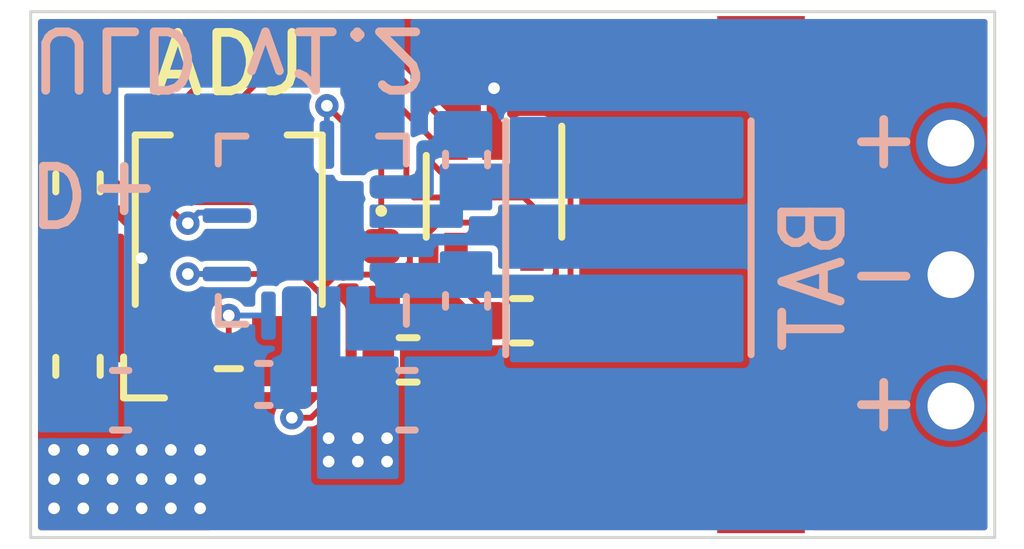
<source format=kicad_pcb>
(kicad_pcb (version 20171130) (host pcbnew "(5.1.10)-1")

  (general
    (thickness 0.8)
    (drawings 23)
    (tracks 112)
    (zones 0)
    (modules 15)
    (nets 15)
  )

  (page User 152.4 101.6)
  (title_block
    (title "Universal Laser Driver PCB")
    (date 2021-09-06)
    (rev 1.2)
    (company E.S.)
    (comment 1 "0402 min. component size, 0.5 mm min. pin pitch, 0.2 mm min. drill")
    (comment 2 "34 holes, 53 pads")
    (comment 3 "4/4 mil trace/space")
    (comment 4 "16.5x9mm board outline")
  )

  (layers
    (0 F.Cu signal)
    (31 B.Cu signal hide)
    (34 B.Paste user hide)
    (35 F.Paste user hide)
    (36 B.SilkS user hide)
    (37 F.SilkS user)
    (38 B.Mask user hide)
    (39 F.Mask user)
    (40 Dwgs.User user hide)
    (41 Cmts.User user hide)
    (42 Eco1.User user)
    (43 Eco2.User user hide)
    (44 Edge.Cuts user)
    (45 Margin user)
    (46 B.CrtYd user hide)
    (47 F.CrtYd user)
    (48 B.Fab user hide)
    (49 F.Fab user hide)
  )

  (setup
    (last_trace_width 0.1)
    (user_trace_width 0.1)
    (user_trace_width 0.25)
    (trace_clearance 0.1)
    (zone_clearance 0.1)
    (zone_45_only no)
    (trace_min 0.1)
    (via_size 0.4)
    (via_drill 0.2)
    (via_min_size 0.327)
    (via_min_drill 0.2)
    (uvia_size 0.3)
    (uvia_drill 0.1)
    (uvias_allowed no)
    (uvia_min_size 0.2)
    (uvia_min_drill 0.1)
    (edge_width 0.05)
    (segment_width 0.2)
    (pcb_text_width 0.3)
    (pcb_text_size 1.5 1.5)
    (mod_edge_width 0.12)
    (mod_text_size 1 1)
    (mod_text_width 0.15)
    (pad_size 1.45 0.3)
    (pad_drill 0)
    (pad_to_mask_clearance 0.05)
    (aux_axis_origin 0 0)
    (visible_elements 7FFFFF7F)
    (pcbplotparams
      (layerselection 0x010fc_ffffffff)
      (usegerberextensions false)
      (usegerberattributes true)
      (usegerberadvancedattributes true)
      (creategerberjobfile true)
      (excludeedgelayer true)
      (linewidth 0.100000)
      (plotframeref false)
      (viasonmask false)
      (mode 1)
      (useauxorigin false)
      (hpglpennumber 1)
      (hpglpenspeed 20)
      (hpglpendiameter 15.000000)
      (psnegative false)
      (psa4output false)
      (plotreference true)
      (plotvalue true)
      (plotinvisibletext false)
      (padsonsilk false)
      (subtractmaskfromsilk false)
      (outputformat 1)
      (mirror false)
      (drillshape 0)
      (scaleselection 1)
      (outputdirectory "/Users/erksampat/Documents/KiCAD/Universal-Laser-Driver/gerbers/"))
  )

  (net 0 "")
  (net 1 "Net-(C2-Pad2)")
  (net 2 "Net-(C2-Pad1)")
  (net 3 "Net-(C3-Pad1)")
  (net 4 "Net-(C3-Pad2)")
  (net 5 "Net-(C4-Pad1)")
  (net 6 "Net-(D1-Pad1)")
  (net 7 "Net-(D1-Pad2)")
  (net 8 GNDA)
  (net 9 GND)
  (net 10 "Net-(R4-Pad2)")
  (net 11 VDD)
  (net 12 VD)
  (net 13 "Net-(R1-Pad1)")
  (net 14 "Net-(R4-Pad1)")

  (net_class Default "This is the default net class."
    (clearance 0.1)
    (trace_width 0.1)
    (via_dia 0.4)
    (via_drill 0.2)
    (uvia_dia 0.3)
    (uvia_drill 0.1)
    (add_net GNDA)
    (add_net "Net-(C4-Pad1)")
    (add_net "Net-(D1-Pad1)")
    (add_net "Net-(D1-Pad2)")
    (add_net "Net-(R1-Pad1)")
    (add_net "Net-(R4-Pad1)")
    (add_net "Net-(R4-Pad2)")
  )

  (net_class Power ""
    (clearance 0.1)
    (trace_width 0.25)
    (via_dia 0.4)
    (via_drill 0.2)
    (uvia_dia 0.3)
    (uvia_drill 0.1)
    (add_net GND)
    (add_net "Net-(C2-Pad1)")
    (add_net "Net-(C2-Pad2)")
    (add_net "Net-(C3-Pad1)")
    (add_net "Net-(C3-Pad2)")
    (add_net VD)
    (add_net VDD)
  )

  (module Package_DFN_QFN:VQFN-16-1EP_3x3mm_P0.5mm_EP1.68x1.68mm (layer B.Cu) (tedit 5DC5F6A8) (tstamp 61366C1B)
    (at 4.82 3.74 90)
    (descr "VQFN, 16 Pin (http://www.ti.com/lit/ds/symlink/tlv62095.pdf), generated with kicad-footprint-generator ipc_noLead_generator.py")
    (tags "VQFN NoLead")
    (path /61368472)
    (attr smd)
    (fp_text reference U1 (at 0 2.82 90) (layer B.SilkS) hide
      (effects (font (size 1 1) (thickness 0.15)) (justify mirror))
    )
    (fp_text value LTC3129IUD (at 0 -2.82 90) (layer B.Fab)
      (effects (font (size 1 1) (thickness 0.15)) (justify mirror))
    )
    (fp_line (start 2.12 2.12) (end -2.12 2.12) (layer B.CrtYd) (width 0.05))
    (fp_line (start 2.12 -2.12) (end 2.12 2.12) (layer B.CrtYd) (width 0.05))
    (fp_line (start -2.12 -2.12) (end 2.12 -2.12) (layer B.CrtYd) (width 0.05))
    (fp_line (start -2.12 2.12) (end -2.12 -2.12) (layer B.CrtYd) (width 0.05))
    (fp_line (start -1.5 0.75) (end -0.75 1.5) (layer B.Fab) (width 0.1))
    (fp_line (start -1.5 -1.5) (end -1.5 0.75) (layer B.Fab) (width 0.1))
    (fp_line (start 1.5 -1.5) (end -1.5 -1.5) (layer B.Fab) (width 0.1))
    (fp_line (start 1.5 1.5) (end 1.5 -1.5) (layer B.Fab) (width 0.1))
    (fp_line (start -0.75 1.5) (end 1.5 1.5) (layer B.Fab) (width 0.1))
    (fp_line (start -1.135 1.61) (end -1.61 1.61) (layer B.SilkS) (width 0.12))
    (fp_line (start 1.61 -1.61) (end 1.61 -1.135) (layer B.SilkS) (width 0.12))
    (fp_line (start 1.135 -1.61) (end 1.61 -1.61) (layer B.SilkS) (width 0.12))
    (fp_line (start -1.61 -1.61) (end -1.61 -1.135) (layer B.SilkS) (width 0.12))
    (fp_line (start -1.135 -1.61) (end -1.61 -1.61) (layer B.SilkS) (width 0.12))
    (fp_line (start 1.61 1.61) (end 1.61 1.135) (layer B.SilkS) (width 0.12))
    (fp_line (start 1.135 1.61) (end 1.61 1.61) (layer B.SilkS) (width 0.12))
    (fp_text user %R (at 0 0 90) (layer B.Fab) hide
      (effects (font (size 0.75 0.75) (thickness 0.11)) (justify mirror))
    )
    (pad 1 smd roundrect (at -1.4625 0.75 90) (size 0.825 0.25) (layers B.Cu B.Paste B.Mask) (roundrect_rratio 0.25)
      (net 1 "Net-(C2-Pad2)"))
    (pad 2 smd roundrect (at -1.4625 0.25 90) (size 0.825 0.25) (layers B.Cu B.Paste B.Mask) (roundrect_rratio 0.25)
      (net 11 VDD))
    (pad 3 smd roundrect (at -1.4625 -0.25 90) (size 0.825 0.25) (layers B.Cu B.Paste B.Mask) (roundrect_rratio 0.25)
      (net 5 "Net-(C4-Pad1)"))
    (pad 4 smd roundrect (at -1.4625 -0.75 90) (size 0.825 0.25) (layers B.Cu B.Paste B.Mask) (roundrect_rratio 0.25)
      (net 13 "Net-(R1-Pad1)"))
    (pad 5 smd roundrect (at -0.75 -1.4625 90) (size 0.25 0.825) (layers B.Cu B.Paste B.Mask) (roundrect_rratio 0.25)
      (net 5 "Net-(C4-Pad1)"))
    (pad 6 smd roundrect (at -0.25 -1.4625 90) (size 0.25 0.825) (layers B.Cu B.Paste B.Mask) (roundrect_rratio 0.25)
      (net 9 GND))
    (pad 7 smd roundrect (at 0.25 -1.4625 90) (size 0.25 0.825) (layers B.Cu B.Paste B.Mask) (roundrect_rratio 0.25)
      (net 10 "Net-(R4-Pad2)"))
    (pad 8 smd roundrect (at 0.75 -1.4625 90) (size 0.25 0.825) (layers B.Cu B.Paste B.Mask) (roundrect_rratio 0.25)
      (net 9 GND))
    (pad 9 smd roundrect (at 1.4625 -0.75 90) (size 0.825 0.25) (layers B.Cu B.Paste B.Mask) (roundrect_rratio 0.25)
      (net 9 GND))
    (pad 10 smd roundrect (at 1.4625 -0.25 90) (size 0.825 0.25) (layers B.Cu B.Paste B.Mask) (roundrect_rratio 0.25)
      (net 9 GND))
    (pad 11 smd roundrect (at 1.4625 0.25 90) (size 0.825 0.25) (layers B.Cu B.Paste B.Mask) (roundrect_rratio 0.25)
      (net 6 "Net-(D1-Pad1)"))
    (pad 12 smd roundrect (at 1.4625 0.75 90) (size 0.825 0.25) (layers B.Cu B.Paste B.Mask) (roundrect_rratio 0.25)
      (net 12 VD))
    (pad 13 smd roundrect (at 0.75 1.4625 90) (size 0.25 0.825) (layers B.Cu B.Paste B.Mask) (roundrect_rratio 0.25)
      (net 3 "Net-(C3-Pad1)"))
    (pad 14 smd roundrect (at 0.25 1.4625 90) (size 0.25 0.825) (layers B.Cu B.Paste B.Mask) (roundrect_rratio 0.25)
      (net 4 "Net-(C3-Pad2)"))
    (pad 15 smd roundrect (at -0.25 1.4625 90) (size 0.25 0.825) (layers B.Cu B.Paste B.Mask) (roundrect_rratio 0.25)
      (net 9 GND))
    (pad 16 smd roundrect (at -0.75 1.4625 90) (size 0.25 0.825) (layers B.Cu B.Paste B.Mask) (roundrect_rratio 0.25)
      (net 2 "Net-(C2-Pad1)"))
    (pad 17 smd rect (at 0 0 90) (size 1.68 1.68) (layers B.Cu B.Mask)
      (net 9 GND))
    (pad "" smd roundrect (at -0.42 0.42 90) (size 0.68 0.68) (layers B.Paste) (roundrect_rratio 0.25))
    (pad "" smd roundrect (at -0.42 -0.42 90) (size 0.68 0.68) (layers B.Paste) (roundrect_rratio 0.25))
    (pad "" smd roundrect (at 0.42 0.42 90) (size 0.68 0.68) (layers B.Paste) (roundrect_rratio 0.25))
    (pad "" smd roundrect (at 0.42 -0.42 90) (size 0.68 0.68) (layers B.Paste) (roundrect_rratio 0.25))
    (model ${KISYS3DMOD}/Package_DFN_QFN.3dshapes/VQFN-16-1EP_3x3mm_P0.5mm_EP1.68x1.68mm.wrl
      (at (xyz 0 0 0))
      (scale (xyz 1 1 1))
      (rotate (xyz 0 0 0))
    )
  )

  (module Potentiometer_SMD:Potentiometer_Bourns_TC33X_Vertical (layer F.Cu) (tedit 5C165D15) (tstamp 6136809D)
    (at 3.39 4.01 90)
    (descr "Potentiometer, Bourns, TC33X, Vertical, https://www.bourns.com/pdfs/TC33.pdf")
    (tags "Potentiometer Bourns TC33X Vertical")
    (path /613E8B50)
    (attr smd)
    (fp_text reference RV1 (at 0 -2.5 90) (layer F.SilkS) hide
      (effects (font (size 1 1) (thickness 0.15)))
    )
    (fp_text value 2kΩ (at 0 2.5 90) (layer F.Fab) hide
      (effects (font (size 1 1) (thickness 0.15)))
    )
    (fp_circle (center 0 0) (end 1.8 0) (layer Dwgs.User) (width 0.05))
    (fp_line (start -2.65 1.85) (end -2.65 -1.85) (layer F.CrtYd) (width 0.05))
    (fp_line (start 2.45 1.85) (end -2.65 1.85) (layer F.CrtYd) (width 0.05))
    (fp_line (start 2.45 -1.85) (end 2.45 1.85) (layer F.CrtYd) (width 0.05))
    (fp_line (start -2.65 -1.85) (end 2.45 -1.85) (layer F.CrtYd) (width 0.05))
    (fp_line (start -2.6 -1.8) (end -2.6 -1.1) (layer F.SilkS) (width 0.12))
    (fp_line (start -1.9 -1.8) (end -2.6 -1.8) (layer F.SilkS) (width 0.12))
    (fp_line (start 1.9 1.6) (end 1.9 1) (layer F.SilkS) (width 0.12))
    (fp_line (start -1 1.6) (end 1.9 1.6) (layer F.SilkS) (width 0.12))
    (fp_line (start 1.9 -1.6) (end 1.9 -1) (layer F.SilkS) (width 0.12))
    (fp_line (start -1 -1.6) (end 1.9 -1.6) (layer F.SilkS) (width 0.12))
    (fp_line (start -2.1 -0.2) (end -2.1 0.2) (layer F.SilkS) (width 0.12))
    (fp_line (start -1.25 -1.5) (end -2 -0.75) (layer F.Fab) (width 0.1))
    (fp_line (start 1.8 -1.5) (end -1.25 -1.5) (layer F.Fab) (width 0.1))
    (fp_line (start 1.8 1.5) (end 1.8 -1.5) (layer F.Fab) (width 0.1))
    (fp_line (start -2 1.5) (end 1.8 1.5) (layer F.Fab) (width 0.1))
    (fp_line (start -2 -0.75) (end -2 1.5) (layer F.Fab) (width 0.1))
    (fp_circle (center 0 0) (end 1.5 0) (layer F.Fab) (width 0.1))
    (fp_text user %R (at 0 0 90) (layer F.Fab) hide
      (effects (font (size 0.7 0.7) (thickness 0.105)))
    )
    (fp_text user "Wiper may be\nanywhere within\ncircle shown" (at -0.15 -0.8 90) (layer F.Fab) hide
      (effects (font (size 0.15 0.15) (thickness 0.02)))
    )
    (pad 1 smd rect (at -1.8 -1 90) (size 1.2 1.2) (layers F.Cu F.Paste F.Mask)
      (net 9 GND))
    (pad 3 smd rect (at -1.8 1 90) (size 1.2 1.2) (layers F.Cu F.Paste F.Mask))
    (pad 2 smd rect (at 1.45 0 90) (size 1.5 1.6) (layers F.Cu F.Paste F.Mask)
      (net 14 "Net-(R4-Pad1)"))
    (model ${KISYS3DMOD}/Potentiometer_SMD.3dshapes/Potentiometer_Bourns_TC33X_Vertical.wrl
      (at (xyz 0 0 0))
      (scale (xyz 1 1 1))
      (rotate (xyz 0 0 0))
    )
  )

  (module Capacitor_SMD:C_0603_1608Metric (layer B.Cu) (tedit 5F68FEEE) (tstamp 6136E73B)
    (at 1.54 6.65)
    (descr "Capacitor SMD 0603 (1608 Metric), square (rectangular) end terminal, IPC_7351 nominal, (Body size source: IPC-SM-782 page 76, https://www.pcb-3d.com/wordpress/wp-content/uploads/ipc-sm-782a_amendment_1_and_2.pdf), generated with kicad-footprint-generator")
    (tags capacitor)
    (path /609E0F1C)
    (attr smd)
    (fp_text reference C5 (at 0 1.43) (layer B.SilkS) hide
      (effects (font (size 1 1) (thickness 0.15)) (justify mirror))
    )
    (fp_text value 22µF (at 0 -1.43) (layer B.Fab)
      (effects (font (size 1 1) (thickness 0.15)) (justify mirror))
    )
    (fp_line (start -0.8 -0.4) (end -0.8 0.4) (layer B.Fab) (width 0.1))
    (fp_line (start -0.8 0.4) (end 0.8 0.4) (layer B.Fab) (width 0.1))
    (fp_line (start 0.8 0.4) (end 0.8 -0.4) (layer B.Fab) (width 0.1))
    (fp_line (start 0.8 -0.4) (end -0.8 -0.4) (layer B.Fab) (width 0.1))
    (fp_line (start -0.14058 0.51) (end 0.14058 0.51) (layer B.SilkS) (width 0.12))
    (fp_line (start -0.14058 -0.51) (end 0.14058 -0.51) (layer B.SilkS) (width 0.12))
    (fp_line (start -1.48 -0.73) (end -1.48 0.73) (layer B.CrtYd) (width 0.05))
    (fp_line (start -1.48 0.73) (end 1.48 0.73) (layer B.CrtYd) (width 0.05))
    (fp_line (start 1.48 0.73) (end 1.48 -0.73) (layer B.CrtYd) (width 0.05))
    (fp_line (start 1.48 -0.73) (end -1.48 -0.73) (layer B.CrtYd) (width 0.05))
    (fp_text user %R (at 0 0) (layer B.Fab) hide
      (effects (font (size 0.4 0.4) (thickness 0.06)) (justify mirror))
    )
    (pad 1 smd roundrect (at -0.775 0) (size 0.9 0.95) (layers B.Cu B.Paste B.Mask) (roundrect_rratio 0.25)
      (net 12 VD))
    (pad 2 smd roundrect (at 0.775 0) (size 0.9 0.95) (layers B.Cu B.Paste B.Mask) (roundrect_rratio 0.25)
      (net 9 GND))
    (model ${KISYS3DMOD}/Capacitor_SMD.3dshapes/C_0603_1608Metric.wrl
      (at (xyz 0 0 0))
      (scale (xyz 1 1 1))
      (rotate (xyz 0 0 0))
    )
  )

  (module Capacitor_SMD:C_0603_1608Metric (layer B.Cu) (tedit 5F68FEEE) (tstamp 61366CAD)
    (at 6.44 6.65 180)
    (descr "Capacitor SMD 0603 (1608 Metric), square (rectangular) end terminal, IPC_7351 nominal, (Body size source: IPC-SM-782 page 76, https://www.pcb-3d.com/wordpress/wp-content/uploads/ipc-sm-782a_amendment_1_and_2.pdf), generated with kicad-footprint-generator")
    (tags capacitor)
    (path /609D4222)
    (attr smd)
    (fp_text reference C1 (at 0 1.43) (layer B.SilkS) hide
      (effects (font (size 1 1) (thickness 0.15)) (justify mirror))
    )
    (fp_text value 22µF (at 0 -1.43) (layer B.Fab)
      (effects (font (size 1 1) (thickness 0.15)) (justify mirror))
    )
    (fp_line (start -0.8 -0.4) (end -0.8 0.4) (layer B.Fab) (width 0.1))
    (fp_line (start -0.8 0.4) (end 0.8 0.4) (layer B.Fab) (width 0.1))
    (fp_line (start 0.8 0.4) (end 0.8 -0.4) (layer B.Fab) (width 0.1))
    (fp_line (start 0.8 -0.4) (end -0.8 -0.4) (layer B.Fab) (width 0.1))
    (fp_line (start -0.14058 0.51) (end 0.14058 0.51) (layer B.SilkS) (width 0.12))
    (fp_line (start -0.14058 -0.51) (end 0.14058 -0.51) (layer B.SilkS) (width 0.12))
    (fp_line (start -1.48 -0.73) (end -1.48 0.73) (layer B.CrtYd) (width 0.05))
    (fp_line (start -1.48 0.73) (end 1.48 0.73) (layer B.CrtYd) (width 0.05))
    (fp_line (start 1.48 0.73) (end 1.48 -0.73) (layer B.CrtYd) (width 0.05))
    (fp_line (start 1.48 -0.73) (end -1.48 -0.73) (layer B.CrtYd) (width 0.05))
    (fp_text user %R (at 0 0) (layer B.Fab) hide
      (effects (font (size 0.4 0.4) (thickness 0.06)) (justify mirror))
    )
    (pad 1 smd roundrect (at -0.775 0 180) (size 0.9 0.95) (layers B.Cu B.Paste B.Mask) (roundrect_rratio 0.25)
      (net 9 GND))
    (pad 2 smd roundrect (at 0.775 0 180) (size 0.9 0.95) (layers B.Cu B.Paste B.Mask) (roundrect_rratio 0.25)
      (net 11 VDD))
    (model ${KISYS3DMOD}/Capacitor_SMD.3dshapes/C_0603_1608Metric.wrl
      (at (xyz 0 0 0))
      (scale (xyz 1 1 1))
      (rotate (xyz 0 0 0))
    )
  )

  (module Package_TO_SOT_SMD:SOT-353_SC-70-5 (layer F.Cu) (tedit 5A02FF57) (tstamp 61367DCC)
    (at 7.93 3.16 270)
    (descr "SOT-353, SC-70-5")
    (tags "SOT-353 SC-70-5")
    (path /613C16CF)
    (attr smd)
    (fp_text reference U2 (at 0 -2 90) (layer F.SilkS) hide
      (effects (font (size 1 1) (thickness 0.15)))
    )
    (fp_text value AD8515 (at 0 2 270) (layer F.Fab) hide
      (effects (font (size 1 1) (thickness 0.15)))
    )
    (fp_line (start 0.7 -1.16) (end -1.2 -1.16) (layer F.SilkS) (width 0.12))
    (fp_line (start -0.7 1.16) (end 0.7 1.16) (layer F.SilkS) (width 0.12))
    (fp_line (start 1.6 1.4) (end 1.6 -1.4) (layer F.CrtYd) (width 0.05))
    (fp_line (start -1.6 -1.4) (end -1.6 1.4) (layer F.CrtYd) (width 0.05))
    (fp_line (start -1.6 -1.4) (end 1.6 -1.4) (layer F.CrtYd) (width 0.05))
    (fp_line (start 0.675 -1.1) (end -0.175 -1.1) (layer F.Fab) (width 0.1))
    (fp_line (start -0.675 -0.6) (end -0.675 1.1) (layer F.Fab) (width 0.1))
    (fp_line (start -1.6 1.4) (end 1.6 1.4) (layer F.CrtYd) (width 0.05))
    (fp_line (start 0.675 -1.1) (end 0.675 1.1) (layer F.Fab) (width 0.1))
    (fp_line (start 0.675 1.1) (end -0.675 1.1) (layer F.Fab) (width 0.1))
    (fp_line (start -0.175 -1.1) (end -0.675 -0.6) (layer F.Fab) (width 0.1))
    (fp_text user %R (at 0 0) (layer F.Fab) hide
      (effects (font (size 0.5 0.5) (thickness 0.075)))
    )
    (pad 5 smd rect (at 0.95 -0.65 270) (size 0.65 0.4) (layers F.Cu F.Paste F.Mask)
      (net 5 "Net-(C4-Pad1)"))
    (pad 4 smd rect (at 0.95 0.65 270) (size 0.65 0.4) (layers F.Cu F.Paste F.Mask)
      (net 14 "Net-(R4-Pad1)"))
    (pad 2 smd rect (at -0.95 0 270) (size 0.65 0.4) (layers F.Cu F.Paste F.Mask)
      (net 9 GND))
    (pad 3 smd rect (at -0.95 0.65 270) (size 0.65 0.4) (layers F.Cu F.Paste F.Mask)
      (net 8 GNDA))
    (pad 1 smd rect (at -0.95 -0.65 270) (size 0.65 0.4) (layers F.Cu F.Paste F.Mask)
      (net 10 "Net-(R4-Pad2)"))
    (model ${KISYS3DMOD}/Package_TO_SOT_SMD.3dshapes/SOT-353_SC-70-5.wrl
      (at (xyz 0 0 0))
      (scale (xyz 1 1 1))
      (rotate (xyz 0 0 0))
    )
  )

  (module Resistor_SMD:R_0402_1005Metric (layer F.Cu) (tedit 5F68FEEE) (tstamp 61368574)
    (at 8.4 5.29)
    (descr "Resistor SMD 0402 (1005 Metric), square (rectangular) end terminal, IPC_7351 nominal, (Body size source: IPC-SM-782 page 72, https://www.pcb-3d.com/wordpress/wp-content/uploads/ipc-sm-782a_amendment_1_and_2.pdf), generated with kicad-footprint-generator")
    (tags resistor)
    (path /613EC413)
    (attr smd)
    (fp_text reference R4 (at 0 -1.17) (layer F.SilkS) hide
      (effects (font (size 1 1) (thickness 0.15)))
    )
    (fp_text value 10kΩ (at 0 1.17) (layer F.Fab) hide
      (effects (font (size 1 1) (thickness 0.15)))
    )
    (fp_line (start -0.525 0.27) (end -0.525 -0.27) (layer F.Fab) (width 0.1))
    (fp_line (start -0.525 -0.27) (end 0.525 -0.27) (layer F.Fab) (width 0.1))
    (fp_line (start 0.525 -0.27) (end 0.525 0.27) (layer F.Fab) (width 0.1))
    (fp_line (start 0.525 0.27) (end -0.525 0.27) (layer F.Fab) (width 0.1))
    (fp_line (start -0.153641 -0.38) (end 0.153641 -0.38) (layer F.SilkS) (width 0.12))
    (fp_line (start -0.153641 0.38) (end 0.153641 0.38) (layer F.SilkS) (width 0.12))
    (fp_line (start -0.93 0.47) (end -0.93 -0.47) (layer F.CrtYd) (width 0.05))
    (fp_line (start -0.93 -0.47) (end 0.93 -0.47) (layer F.CrtYd) (width 0.05))
    (fp_line (start 0.93 -0.47) (end 0.93 0.47) (layer F.CrtYd) (width 0.05))
    (fp_line (start 0.93 0.47) (end -0.93 0.47) (layer F.CrtYd) (width 0.05))
    (fp_text user %R (at 0 0) (layer F.Fab) hide
      (effects (font (size 0.26 0.26) (thickness 0.04)))
    )
    (pad 2 smd roundrect (at 0.51 0) (size 0.54 0.64) (layers F.Cu F.Paste F.Mask) (roundrect_rratio 0.25)
      (net 10 "Net-(R4-Pad2)"))
    (pad 1 smd roundrect (at -0.51 0) (size 0.54 0.64) (layers F.Cu F.Paste F.Mask) (roundrect_rratio 0.25)
      (net 14 "Net-(R4-Pad1)"))
    (model ${KISYS3DMOD}/Resistor_SMD.3dshapes/R_0402_1005Metric.wrl
      (at (xyz 0 0 0))
      (scale (xyz 1 1 1))
      (rotate (xyz 0 0 0))
    )
  )

  (module Resistor_SMD:R_0402_1005Metric (layer F.Cu) (tedit 5F68FEEE) (tstamp 613684C9)
    (at 0.81 6.07 90)
    (descr "Resistor SMD 0402 (1005 Metric), square (rectangular) end terminal, IPC_7351 nominal, (Body size source: IPC-SM-782 page 72, https://www.pcb-3d.com/wordpress/wp-content/uploads/ipc-sm-782a_amendment_1_and_2.pdf), generated with kicad-footprint-generator")
    (tags resistor)
    (path /613F488D)
    (attr smd)
    (fp_text reference R3 (at 0 -1.17 90) (layer F.SilkS) hide
      (effects (font (size 1 1) (thickness 0.15)))
    )
    (fp_text value 1Ω (at 0 1.17 90) (layer F.Fab) hide
      (effects (font (size 1 1) (thickness 0.15)))
    )
    (fp_line (start -0.525 0.27) (end -0.525 -0.27) (layer F.Fab) (width 0.1))
    (fp_line (start -0.525 -0.27) (end 0.525 -0.27) (layer F.Fab) (width 0.1))
    (fp_line (start 0.525 -0.27) (end 0.525 0.27) (layer F.Fab) (width 0.1))
    (fp_line (start 0.525 0.27) (end -0.525 0.27) (layer F.Fab) (width 0.1))
    (fp_line (start -0.153641 -0.38) (end 0.153641 -0.38) (layer F.SilkS) (width 0.12))
    (fp_line (start -0.153641 0.38) (end 0.153641 0.38) (layer F.SilkS) (width 0.12))
    (fp_line (start -0.93 0.47) (end -0.93 -0.47) (layer F.CrtYd) (width 0.05))
    (fp_line (start -0.93 -0.47) (end 0.93 -0.47) (layer F.CrtYd) (width 0.05))
    (fp_line (start 0.93 -0.47) (end 0.93 0.47) (layer F.CrtYd) (width 0.05))
    (fp_line (start 0.93 0.47) (end -0.93 0.47) (layer F.CrtYd) (width 0.05))
    (fp_text user %R (at 0 0 90) (layer F.Fab) hide
      (effects (font (size 0.26 0.26) (thickness 0.04)))
    )
    (pad 2 smd roundrect (at 0.51 0 90) (size 0.54 0.64) (layers F.Cu F.Paste F.Mask) (roundrect_rratio 0.25)
      (net 8 GNDA))
    (pad 1 smd roundrect (at -0.51 0 90) (size 0.54 0.64) (layers F.Cu F.Paste F.Mask) (roundrect_rratio 0.25)
      (net 9 GND))
    (model ${KISYS3DMOD}/Resistor_SMD.3dshapes/R_0402_1005Metric.wrl
      (at (xyz 0 0 0))
      (scale (xyz 1 1 1))
      (rotate (xyz 0 0 0))
    )
  )

  (module Resistor_SMD:R_0402_1005Metric (layer F.Cu) (tedit 5F68FEEE) (tstamp 61368552)
    (at 6.46 5.96 180)
    (descr "Resistor SMD 0402 (1005 Metric), square (rectangular) end terminal, IPC_7351 nominal, (Body size source: IPC-SM-782 page 72, https://www.pcb-3d.com/wordpress/wp-content/uploads/ipc-sm-782a_amendment_1_and_2.pdf), generated with kicad-footprint-generator")
    (tags resistor)
    (path /60C02274)
    (attr smd)
    (fp_text reference R2 (at 0 -1.17) (layer F.SilkS) hide
      (effects (font (size 1 1) (thickness 0.15)))
    )
    (fp_text value 68Ω (at 0 1.17) (layer F.Fab) hide
      (effects (font (size 1 1) (thickness 0.15)))
    )
    (fp_line (start -0.525 0.27) (end -0.525 -0.27) (layer F.Fab) (width 0.1))
    (fp_line (start -0.525 -0.27) (end 0.525 -0.27) (layer F.Fab) (width 0.1))
    (fp_line (start 0.525 -0.27) (end 0.525 0.27) (layer F.Fab) (width 0.1))
    (fp_line (start 0.525 0.27) (end -0.525 0.27) (layer F.Fab) (width 0.1))
    (fp_line (start -0.153641 -0.38) (end 0.153641 -0.38) (layer F.SilkS) (width 0.12))
    (fp_line (start -0.153641 0.38) (end 0.153641 0.38) (layer F.SilkS) (width 0.12))
    (fp_line (start -0.93 0.47) (end -0.93 -0.47) (layer F.CrtYd) (width 0.05))
    (fp_line (start -0.93 -0.47) (end 0.93 -0.47) (layer F.CrtYd) (width 0.05))
    (fp_line (start 0.93 -0.47) (end 0.93 0.47) (layer F.CrtYd) (width 0.05))
    (fp_line (start 0.93 0.47) (end -0.93 0.47) (layer F.CrtYd) (width 0.05))
    (fp_text user %R (at 0 0) (layer F.Fab) hide
      (effects (font (size 0.26 0.26) (thickness 0.04)))
    )
    (pad 2 smd roundrect (at 0.51 0 180) (size 0.54 0.64) (layers F.Cu F.Paste F.Mask) (roundrect_rratio 0.25)
      (net 7 "Net-(D1-Pad2)"))
    (pad 1 smd roundrect (at -0.51 0 180) (size 0.54 0.64) (layers F.Cu F.Paste F.Mask) (roundrect_rratio 0.25)
      (net 11 VDD))
    (model ${KISYS3DMOD}/Resistor_SMD.3dshapes/R_0402_1005Metric.wrl
      (at (xyz 0 0 0))
      (scale (xyz 1 1 1))
      (rotate (xyz 0 0 0))
    )
  )

  (module Resistor_SMD:R_0402_1005Metric (layer F.Cu) (tedit 5F68FEEE) (tstamp 61367D2F)
    (at 0.81 2.93 270)
    (descr "Resistor SMD 0402 (1005 Metric), square (rectangular) end terminal, IPC_7351 nominal, (Body size source: IPC-SM-782 page 72, https://www.pcb-3d.com/wordpress/wp-content/uploads/ipc-sm-782a_amendment_1_and_2.pdf), generated with kicad-footprint-generator")
    (tags resistor)
    (path /613857A8)
    (attr smd)
    (fp_text reference R1 (at 0 -1.17 90) (layer F.SilkS) hide
      (effects (font (size 1 1) (thickness 0.15)))
    )
    (fp_text value 10kΩ (at 0 1.17 90) (layer F.Fab) hide
      (effects (font (size 1 1) (thickness 0.15)))
    )
    (fp_line (start -0.525 0.27) (end -0.525 -0.27) (layer F.Fab) (width 0.1))
    (fp_line (start -0.525 -0.27) (end 0.525 -0.27) (layer F.Fab) (width 0.1))
    (fp_line (start 0.525 -0.27) (end 0.525 0.27) (layer F.Fab) (width 0.1))
    (fp_line (start 0.525 0.27) (end -0.525 0.27) (layer F.Fab) (width 0.1))
    (fp_line (start -0.153641 -0.38) (end 0.153641 -0.38) (layer F.SilkS) (width 0.12))
    (fp_line (start -0.153641 0.38) (end 0.153641 0.38) (layer F.SilkS) (width 0.12))
    (fp_line (start -0.93 0.47) (end -0.93 -0.47) (layer F.CrtYd) (width 0.05))
    (fp_line (start -0.93 -0.47) (end 0.93 -0.47) (layer F.CrtYd) (width 0.05))
    (fp_line (start 0.93 -0.47) (end 0.93 0.47) (layer F.CrtYd) (width 0.05))
    (fp_line (start 0.93 0.47) (end -0.93 0.47) (layer F.CrtYd) (width 0.05))
    (fp_text user %R (at 0 0 90) (layer F.Fab) hide
      (effects (font (size 0.26 0.26) (thickness 0.04)))
    )
    (pad 2 smd roundrect (at 0.51 0 270) (size 0.54 0.64) (layers F.Cu F.Paste F.Mask) (roundrect_rratio 0.25)
      (net 9 GND))
    (pad 1 smd roundrect (at -0.51 0 270) (size 0.54 0.64) (layers F.Cu F.Paste F.Mask) (roundrect_rratio 0.25)
      (net 13 "Net-(R1-Pad1)"))
    (model ${KISYS3DMOD}/Resistor_SMD.3dshapes/R_0402_1005Metric.wrl
      (at (xyz 0 0 0))
      (scale (xyz 1 1 1))
      (rotate (xyz 0 0 0))
    )
  )

  (module Inductor_SMD:L_Taiyo-Yuden_MD-4040 (layer B.Cu) (tedit 5990349C) (tstamp 613670FB)
    (at 10.23 3.87 90)
    (descr "Inductor, Taiyo Yuden, MD series, Taiyo-Yuden_MD-4040, 4.0mmx4.0mm")
    (tags "inductor taiyo-yuden md smd")
    (path /609D93BC)
    (attr smd)
    (fp_text reference L1 (at 0 3 90) (layer B.SilkS) hide
      (effects (font (size 1 1) (thickness 0.15)) (justify mirror))
    )
    (fp_text value 6.8µH (at 0 -3.5 90) (layer B.Fab) hide
      (effects (font (size 1 1) (thickness 0.15)) (justify mirror))
    )
    (fp_line (start 2.25 2.25) (end -2.25 2.25) (layer B.CrtYd) (width 0.05))
    (fp_line (start 2.25 -2.25) (end 2.25 2.25) (layer B.CrtYd) (width 0.05))
    (fp_line (start -2.25 -2.25) (end 2.25 -2.25) (layer B.CrtYd) (width 0.05))
    (fp_line (start -2.25 2.25) (end -2.25 -2.25) (layer B.CrtYd) (width 0.05))
    (fp_line (start -2 -2.1) (end 2 -2.1) (layer B.SilkS) (width 0.12))
    (fp_line (start -2 2.1) (end 2 2.1) (layer B.SilkS) (width 0.12))
    (fp_line (start 2 2) (end -2 2) (layer B.Fab) (width 0.1))
    (fp_line (start 2 -2) (end 2 2) (layer B.Fab) (width 0.1))
    (fp_line (start -2 -2) (end 2 -2) (layer B.Fab) (width 0.1))
    (fp_line (start -2 2) (end -2 -2) (layer B.Fab) (width 0.1))
    (fp_text user %R (at 0 0 90) (layer B.Fab) hide
      (effects (font (size 1 1) (thickness 0.15)) (justify mirror))
    )
    (pad 1 smd rect (at -1.4 0 90) (size 1.2 3.7) (layers B.Cu B.Paste B.Mask)
      (net 2 "Net-(C2-Pad1)"))
    (pad 2 smd rect (at 1.4 0 90) (size 1.2 3.7) (layers B.Cu B.Paste B.Mask)
      (net 4 "Net-(C3-Pad2)"))
    (model ${KISYS3DMOD}/Inductor_SMD.3dshapes/L_Taiyo-Yuden_MD-4040.wrl
      (at (xyz 0 0 0))
      (scale (xyz 1 1 1))
      (rotate (xyz 0 0 0))
    )
  )

  (module Capacitor_SMD:C_0402_1005Metric (layer B.Cu) (tedit 5F68FEEE) (tstamp 6136D2AD)
    (at 3.99 6.38 180)
    (descr "Capacitor SMD 0402 (1005 Metric), square (rectangular) end terminal, IPC_7351 nominal, (Body size source: IPC-SM-782 page 76, https://www.pcb-3d.com/wordpress/wp-content/uploads/ipc-sm-782a_amendment_1_and_2.pdf), generated with kicad-footprint-generator")
    (tags capacitor)
    (path /609D2CF9)
    (attr smd)
    (fp_text reference C4 (at 0 1.16) (layer B.SilkS) hide
      (effects (font (size 1 1) (thickness 0.15)) (justify mirror))
    )
    (fp_text value 4.7µF (at 0 -1.16) (layer B.Fab) hide
      (effects (font (size 1 1) (thickness 0.15)) (justify mirror))
    )
    (fp_line (start -0.5 -0.25) (end -0.5 0.25) (layer B.Fab) (width 0.1))
    (fp_line (start -0.5 0.25) (end 0.5 0.25) (layer B.Fab) (width 0.1))
    (fp_line (start 0.5 0.25) (end 0.5 -0.25) (layer B.Fab) (width 0.1))
    (fp_line (start 0.5 -0.25) (end -0.5 -0.25) (layer B.Fab) (width 0.1))
    (fp_line (start -0.107836 0.36) (end 0.107836 0.36) (layer B.SilkS) (width 0.12))
    (fp_line (start -0.107836 -0.36) (end 0.107836 -0.36) (layer B.SilkS) (width 0.12))
    (fp_line (start -0.91 -0.46) (end -0.91 0.46) (layer B.CrtYd) (width 0.05))
    (fp_line (start -0.91 0.46) (end 0.91 0.46) (layer B.CrtYd) (width 0.05))
    (fp_line (start 0.91 0.46) (end 0.91 -0.46) (layer B.CrtYd) (width 0.05))
    (fp_line (start 0.91 -0.46) (end -0.91 -0.46) (layer B.CrtYd) (width 0.05))
    (fp_text user %R (at 0 0) (layer B.Fab) hide
      (effects (font (size 0.25 0.25) (thickness 0.04)) (justify mirror))
    )
    (pad 2 smd roundrect (at 0.48 0 180) (size 0.56 0.62) (layers B.Cu B.Paste B.Mask) (roundrect_rratio 0.25)
      (net 9 GND))
    (pad 1 smd roundrect (at -0.48 0 180) (size 0.56 0.62) (layers B.Cu B.Paste B.Mask) (roundrect_rratio 0.25)
      (net 5 "Net-(C4-Pad1)"))
    (model ${KISYS3DMOD}/Capacitor_SMD.3dshapes/C_0402_1005Metric.wrl
      (at (xyz 0 0 0))
      (scale (xyz 1 1 1))
      (rotate (xyz 0 0 0))
    )
  )

  (module Capacitor_SMD:C_0402_1005Metric (layer B.Cu) (tedit 5F68FEEE) (tstamp 61366CDD)
    (at 7.46 2.53 270)
    (descr "Capacitor SMD 0402 (1005 Metric), square (rectangular) end terminal, IPC_7351 nominal, (Body size source: IPC-SM-782 page 76, https://www.pcb-3d.com/wordpress/wp-content/uploads/ipc-sm-782a_amendment_1_and_2.pdf), generated with kicad-footprint-generator")
    (tags capacitor)
    (path /609DAEBA)
    (attr smd)
    (fp_text reference C3 (at 0 1.16 270) (layer B.SilkS) hide
      (effects (font (size 1 1) (thickness 0.15)) (justify mirror))
    )
    (fp_text value 22nF (at 0 -1.16 270) (layer B.Fab) hide
      (effects (font (size 1 1) (thickness 0.15)) (justify mirror))
    )
    (fp_line (start 0.91 -0.46) (end -0.91 -0.46) (layer B.CrtYd) (width 0.05))
    (fp_line (start 0.91 0.46) (end 0.91 -0.46) (layer B.CrtYd) (width 0.05))
    (fp_line (start -0.91 0.46) (end 0.91 0.46) (layer B.CrtYd) (width 0.05))
    (fp_line (start -0.91 -0.46) (end -0.91 0.46) (layer B.CrtYd) (width 0.05))
    (fp_line (start -0.107836 -0.36) (end 0.107836 -0.36) (layer B.SilkS) (width 0.12))
    (fp_line (start -0.107836 0.36) (end 0.107836 0.36) (layer B.SilkS) (width 0.12))
    (fp_line (start 0.5 -0.25) (end -0.5 -0.25) (layer B.Fab) (width 0.1))
    (fp_line (start 0.5 0.25) (end 0.5 -0.25) (layer B.Fab) (width 0.1))
    (fp_line (start -0.5 0.25) (end 0.5 0.25) (layer B.Fab) (width 0.1))
    (fp_line (start -0.5 -0.25) (end -0.5 0.25) (layer B.Fab) (width 0.1))
    (fp_text user %R (at 0 0 270) (layer B.Fab) hide
      (effects (font (size 0.25 0.25) (thickness 0.04)) (justify mirror))
    )
    (pad 1 smd roundrect (at -0.48 0 270) (size 0.56 0.62) (layers B.Cu B.Paste B.Mask) (roundrect_rratio 0.25)
      (net 3 "Net-(C3-Pad1)"))
    (pad 2 smd roundrect (at 0.48 0 270) (size 0.56 0.62) (layers B.Cu B.Paste B.Mask) (roundrect_rratio 0.25)
      (net 4 "Net-(C3-Pad2)"))
    (model ${KISYS3DMOD}/Capacitor_SMD.3dshapes/C_0402_1005Metric.wrl
      (at (xyz 0 0 0))
      (scale (xyz 1 1 1))
      (rotate (xyz 0 0 0))
    )
  )

  (module Capacitor_SMD:C_0402_1005Metric (layer B.Cu) (tedit 5F68FEEE) (tstamp 61366C7D)
    (at 7.46 4.95 270)
    (descr "Capacitor SMD 0402 (1005 Metric), square (rectangular) end terminal, IPC_7351 nominal, (Body size source: IPC-SM-782 page 76, https://www.pcb-3d.com/wordpress/wp-content/uploads/ipc-sm-782a_amendment_1_and_2.pdf), generated with kicad-footprint-generator")
    (tags capacitor)
    (path /609DB67E)
    (attr smd)
    (fp_text reference C2 (at 0 1.16 270) (layer B.SilkS) hide
      (effects (font (size 1 1) (thickness 0.15)) (justify mirror))
    )
    (fp_text value 22nF (at 0 -1.16 270) (layer B.Fab) hide
      (effects (font (size 1 1) (thickness 0.15)) (justify mirror))
    )
    (fp_line (start -0.5 -0.25) (end -0.5 0.25) (layer B.Fab) (width 0.1))
    (fp_line (start -0.5 0.25) (end 0.5 0.25) (layer B.Fab) (width 0.1))
    (fp_line (start 0.5 0.25) (end 0.5 -0.25) (layer B.Fab) (width 0.1))
    (fp_line (start 0.5 -0.25) (end -0.5 -0.25) (layer B.Fab) (width 0.1))
    (fp_line (start -0.107836 0.36) (end 0.107836 0.36) (layer B.SilkS) (width 0.12))
    (fp_line (start -0.107836 -0.36) (end 0.107836 -0.36) (layer B.SilkS) (width 0.12))
    (fp_line (start -0.91 -0.46) (end -0.91 0.46) (layer B.CrtYd) (width 0.05))
    (fp_line (start -0.91 0.46) (end 0.91 0.46) (layer B.CrtYd) (width 0.05))
    (fp_line (start 0.91 0.46) (end 0.91 -0.46) (layer B.CrtYd) (width 0.05))
    (fp_line (start 0.91 -0.46) (end -0.91 -0.46) (layer B.CrtYd) (width 0.05))
    (fp_text user %R (at 0 0 270) (layer B.Fab) hide
      (effects (font (size 0.25 0.25) (thickness 0.04)) (justify mirror))
    )
    (pad 2 smd roundrect (at 0.48 0 270) (size 0.56 0.62) (layers B.Cu B.Paste B.Mask) (roundrect_rratio 0.25)
      (net 1 "Net-(C2-Pad2)"))
    (pad 1 smd roundrect (at -0.48 0 270) (size 0.56 0.62) (layers B.Cu B.Paste B.Mask) (roundrect_rratio 0.25)
      (net 2 "Net-(C2-Pad1)"))
    (model ${KISYS3DMOD}/Capacitor_SMD.3dshapes/C_0402_1005Metric.wrl
      (at (xyz 0 0 0))
      (scale (xyz 1 1 1))
      (rotate (xyz 0 0 0))
    )
  )

  (module WUERTH_434121050836:WUERTH_434121050836 locked (layer F.Cu) (tedit 60C0222E) (tstamp 60C02089)
    (at 12.5 4.5 90)
    (path /60BF49E7)
    (attr smd)
    (fp_text reference SW1 (at 0 4 90) (layer F.SilkS) hide
      (effects (font (size 1 1) (thickness 0.15)))
    )
    (fp_text value SW_SPST (at 0 0 90) (layer F.Fab) hide
      (effects (font (size 1 1) (thickness 0.15)))
    )
    (fp_line (start -4.5 -2.5) (end 4.5 -2.5) (layer F.CrtYd) (width 0.05))
    (fp_line (start 4.5 -2.5) (end 4.5 2.75) (layer F.CrtYd) (width 0.05))
    (fp_line (start 4.5 2.75) (end -4.5 2.75) (layer F.CrtYd) (width 0.05))
    (fp_line (start -4.5 2.75) (end -4.5 -2.5) (layer F.CrtYd) (width 0.05))
    (pad 2 smd rect (at 3.275 0 90) (size 2.3 1.5) (layers F.Cu F.Paste F.Mask)
      (net 11 VDD))
    (pad 1 smd rect (at -3.275 0 90) (size 2.3 1.5) (layers F.Cu F.Paste F.Mask)
      (net 13 "Net-(R1-Pad1)"))
  )

  (module LED_SMD:LED_0402_1005Metric locked (layer F.Cu) (tedit 5F68FEF1) (tstamp 60BE34ED)
    (at 6 4.5 270)
    (descr "LED SMD 0402 (1005 Metric), square (rectangular) end terminal, IPC_7351 nominal, (Body size source: http://www.tortai-tech.com/upload/download/2011102023233369053.pdf), generated with kicad-footprint-generator")
    (tags LED)
    (path /60BEC726)
    (attr smd)
    (fp_text reference D1 (at 0 -1.17 90) (layer F.SilkS) hide
      (effects (font (size 1 1) (thickness 0.15)))
    )
    (fp_text value RED (at 0 1.17 90) (layer F.Fab) hide
      (effects (font (size 1 1) (thickness 0.15)))
    )
    (fp_line (start 0.93 0.47) (end -0.93 0.47) (layer F.CrtYd) (width 0.05))
    (fp_line (start 0.93 -0.47) (end 0.93 0.47) (layer F.CrtYd) (width 0.05))
    (fp_line (start -0.93 -0.47) (end 0.93 -0.47) (layer F.CrtYd) (width 0.05))
    (fp_line (start -0.93 0.47) (end -0.93 -0.47) (layer F.CrtYd) (width 0.05))
    (fp_line (start -0.3 0.25) (end -0.3 -0.25) (layer F.Fab) (width 0.1))
    (fp_line (start -0.4 0.25) (end -0.4 -0.25) (layer F.Fab) (width 0.1))
    (fp_line (start 0.5 0.25) (end -0.5 0.25) (layer F.Fab) (width 0.1))
    (fp_line (start 0.5 -0.25) (end 0.5 0.25) (layer F.Fab) (width 0.1))
    (fp_line (start -0.5 -0.25) (end 0.5 -0.25) (layer F.Fab) (width 0.1))
    (fp_line (start -0.5 0.25) (end -0.5 -0.25) (layer F.Fab) (width 0.1))
    (fp_circle (center -1.09 0) (end -1.04 0) (layer F.SilkS) (width 0.1))
    (fp_text user %R (at 0 0 90) (layer F.Fab) hide
      (effects (font (size 0.25 0.25) (thickness 0.04)))
    )
    (pad 2 smd roundrect (at 0.485 0 270) (size 0.59 0.64) (layers F.Cu F.Paste F.Mask) (roundrect_rratio 0.25)
      (net 7 "Net-(D1-Pad2)"))
    (pad 1 smd roundrect (at -0.485 0 270) (size 0.59 0.64) (layers F.Cu F.Paste F.Mask) (roundrect_rratio 0.25)
      (net 6 "Net-(D1-Pad1)"))
    (model ${KISYS3DMOD}/LED_SMD.3dshapes/LED_0402_1005Metric.wrl
      (at (xyz 0 0 0))
      (scale (xyz 1 1 1))
      (rotate (xyz 0 0 0))
    )
  )

  (gr_text ADJ (at 3.4 0.9) (layer F.SilkS) (tstamp 6136BDA9)
    (effects (font (size 1 1) (thickness 0.15)))
  )
  (gr_text D+ (at 1.1 3.1 180) (layer B.SilkS) (tstamp 6136BDA9)
    (effects (font (size 1 1) (thickness 0.15)) (justify mirror))
  )
  (gr_text BAT (at 13.4 4.5 90) (layer B.SilkS) (tstamp 6136BDA9)
    (effects (font (size 1 1) (thickness 0.15)) (justify mirror))
  )
  (gr_text - (at 14.6 4.6 180) (layer B.SilkS) (tstamp 6136BDA9)
    (effects (font (size 1 1) (thickness 0.15)) (justify mirror))
  )
  (gr_text + (at 14.6 2.3 180) (layer B.SilkS) (tstamp 6136BDA9)
    (effects (font (size 1 1) (thickness 0.15)) (justify mirror))
  )
  (gr_text + (at 14.6 6.8 180) (layer B.SilkS) (tstamp 6136BD90)
    (effects (font (size 1 1) (thickness 0.15)) (justify mirror))
  )
  (gr_text "ULD v1.2" (at 3.4 0.8 180) (layer B.SilkS)
    (effects (font (size 1 1) (thickness 0.15)) (justify mirror))
  )
  (gr_poly (pts (xy 1.5 5.1) (xy 0.125 5.1) (xy 0.125 3.9) (xy 1.5 3.9)) (layer F.Mask) (width 0.01) (tstamp 6136B134))
  (gr_poly (pts (xy 1.5 5.1) (xy 0.125 5.1) (xy 0.125 3.9) (xy 1.5 3.9)) (layer B.Mask) (width 0.01))
  (gr_circle (center 15.75 2.25) (end 15.75 2.25) (layer F.Mask) (width 1.2) (tstamp 61369622))
  (gr_circle (center 15.75 2.25) (end 15.75 2.25) (layer B.Mask) (width 1.2) (tstamp 61369620))
  (gr_circle (center 15.75 6.75) (end 15.75 6.75) (layer B.Mask) (width 1.2) (tstamp 61369613))
  (gr_circle (center 15.75 4.5) (end 15.75 4.5) (layer B.Mask) (width 1.2) (tstamp 61369601))
  (gr_line (start 16.5 0) (end 16.5 9) (layer Edge.Cuts) (width 0.05) (tstamp 610F2C0E))
  (gr_line (start 0 9) (end 0 0) (layer Edge.Cuts) (width 0.05) (tstamp 60BDD9B7))
  (gr_line (start 17 7.5) (end -0.5 7.5) (layer Eco1.User) (width 0.05))
  (gr_line (start -0.5 7.5) (end -0.5 1.5) (layer Eco1.User) (width 0.05) (tstamp 60BE329A))
  (gr_line (start 0 0) (end 16.5 0) (layer Edge.Cuts) (width 0.05) (tstamp 60BE3ADD))
  (gr_line (start -0.5 1.5) (end 17 1.5) (layer Eco1.User) (width 0.05))
  (gr_line (start 17 1.5) (end 17 7.5) (layer Eco1.User) (width 0.05))
  (gr_line (start 16.5 9) (end 0 9) (layer Edge.Cuts) (width 0.05))
  (gr_circle (center 15.75 4.5) (end 15.75 4.5) (layer F.Mask) (width 1.2) (tstamp 613695A1))
  (gr_circle (center 15.75 6.75) (end 15.75 6.75) (layer F.Mask) (width 1.2) (tstamp 60BEDD85))

  (via (at 2.69 4.49) (size 0.4) (drill 0.2) (layers F.Cu B.Cu) (net 5))
  (via (at 4.47 6.95) (size 0.4) (drill 0.2) (layers F.Cu B.Cu) (net 5))
  (segment (start 4.47 6.95) (end 4.47 6.38) (width 0.1) (layer B.Cu) (net 5))
  (segment (start 3.3575 4.49) (end 2.69 4.49) (width 0.1) (layer B.Cu) (net 5))
  (segment (start 4.8 6.95) (end 4.47 6.95) (width 0.1) (layer F.Cu) (net 5))
  (segment (start 5.24 6.51) (end 4.8 6.95) (width 0.1) (layer F.Cu) (net 5))
  (segment (start 2.69 4.49) (end 4.62 4.49) (width 0.1) (layer F.Cu) (net 5))
  (segment (start 5.24 5.82) (end 5.24 6.51) (width 0.1) (layer F.Cu) (net 5))
  (segment (start 5.24 5.11) (end 5.24 5.82) (width 0.1) (layer F.Cu) (net 5))
  (segment (start 4.93 4.8) (end 5.24 5.11) (width 0.1) (layer F.Cu) (net 5))
  (segment (start 4.62 4.49) (end 4.93 4.8) (width 0.1) (layer F.Cu) (net 5))
  (segment (start 6.28 4.5) (end 5.23 4.5) (width 0.1) (layer F.Cu) (net 5))
  (segment (start 5.23 4.5) (end 4.93 4.8) (width 0.1) (layer F.Cu) (net 5))
  (segment (start 6.49 4.29) (end 6.28 4.5) (width 0.1) (layer F.Cu) (net 5))
  (segment (start 6.49 4.104998) (end 6.49 4.29) (width 0.1) (layer F.Cu) (net 5))
  (segment (start 6.984998 3.61) (end 6.49 4.104998) (width 0.1) (layer F.Cu) (net 5))
  (segment (start 8.21 3.61) (end 6.984998 3.61) (width 0.1) (layer F.Cu) (net 5))
  (segment (start 8.58 3.98) (end 8.21 3.61) (width 0.1) (layer F.Cu) (net 5))
  (segment (start 8.58 4.11) (end 8.58 3.98) (width 0.1) (layer F.Cu) (net 5))
  (via (at 5.07 1.61) (size 0.4) (drill 0.2) (layers F.Cu B.Cu) (net 6))
  (segment (start 5.07 1.61) (end 5.07 2.2775) (width 0.1) (layer B.Cu) (net 6))
  (segment (start 6 2.54) (end 5.07 1.61) (width 0.1) (layer F.Cu) (net 6))
  (segment (start 6 4.015) (end 6 2.54) (width 0.1) (layer F.Cu) (net 6))
  (segment (start 6 5.91) (end 5.95 5.96) (width 0.1) (layer F.Cu) (net 7))
  (segment (start 6 4.985) (end 6 5.91) (width 0.1) (layer F.Cu) (net 7))
  (segment (start 0.17501 4.92501) (end 0.81 5.56) (width 0.1) (layer F.Cu) (net 8))
  (segment (start 0.17501 2.12499) (end 0.17501 4.92501) (width 0.1) (layer F.Cu) (net 8))
  (segment (start 5.96 0.76) (end 1.54 0.76) (width 0.1) (layer F.Cu) (net 8))
  (segment (start 1.54 0.76) (end 0.17501 2.12499) (width 0.1) (layer F.Cu) (net 8))
  (segment (start 7.28 2.08) (end 5.96 0.76) (width 0.1) (layer F.Cu) (net 8))
  (segment (start 7.28 2.21) (end 7.28 2.08) (width 0.1) (layer F.Cu) (net 8))
  (via (at 0.4 7.5) (size 0.4) (drill 0.2) (layers F.Cu B.Cu) (net 9))
  (via (at 0.9 7.5) (size 0.4) (drill 0.2) (layers F.Cu B.Cu) (net 9))
  (via (at 1.4 7.5) (size 0.4) (drill 0.2) (layers F.Cu B.Cu) (net 9))
  (via (at 1.9 7.5) (size 0.4) (drill 0.2) (layers F.Cu B.Cu) (net 9))
  (via (at 2.4 7.5) (size 0.4) (drill 0.2) (layers F.Cu B.Cu) (net 9))
  (via (at 2.9 7.5) (size 0.4) (drill 0.2) (layers F.Cu B.Cu) (net 9))
  (via (at 0.4 8) (size 0.4) (drill 0.2) (layers F.Cu B.Cu) (net 9))
  (via (at 0.9 8) (size 0.4) (drill 0.2) (layers F.Cu B.Cu) (net 9))
  (via (at 1.4 8) (size 0.4) (drill 0.2) (layers F.Cu B.Cu) (net 9))
  (via (at 1.9 8) (size 0.4) (drill 0.2) (layers F.Cu B.Cu) (net 9))
  (via (at 2.4 8) (size 0.4) (drill 0.2) (layers F.Cu B.Cu) (net 9))
  (via (at 2.9 8) (size 0.4) (drill 0.2) (layers F.Cu B.Cu) (net 9))
  (via (at 0.4 8.5) (size 0.4) (drill 0.2) (layers F.Cu B.Cu) (net 9))
  (via (at 0.9 8.5) (size 0.4) (drill 0.2) (layers F.Cu B.Cu) (net 9))
  (via (at 1.4 8.5) (size 0.4) (drill 0.2) (layers F.Cu B.Cu) (net 9))
  (via (at 1.9 8.5) (size 0.4) (drill 0.2) (layers F.Cu B.Cu) (net 9))
  (via (at 2.4 8.5) (size 0.4) (drill 0.2) (layers F.Cu B.Cu) (net 9))
  (via (at 2.9 8.5) (size 0.4) (drill 0.2) (layers F.Cu B.Cu) (net 9))
  (via (at 7.93 1.31) (size 0.4) (drill 0.2) (layers F.Cu B.Cu) (net 9))
  (segment (start 7.93 1.31) (end 7.93 2.21) (width 0.25) (layer F.Cu) (net 9))
  (via (at 1.9 4.22) (size 0.4) (drill 0.2) (layers F.Cu B.Cu) (net 9))
  (segment (start 0.81 3.44) (end 1.55 3.44) (width 0.25) (layer F.Cu) (net 9))
  (segment (start 1.9 3.79) (end 1.9 4.22) (width 0.25) (layer F.Cu) (net 9))
  (segment (start 1.55 3.44) (end 1.9 3.79) (width 0.25) (layer F.Cu) (net 9))
  (via (at 15.75 4.5) (size 1.2) (drill 0.8) (layers F.Cu B.Cu) (net 9) (tstamp 610F5746) (status 40000))
  (via (at 2.69 3.62) (size 0.4) (drill 0.2) (layers F.Cu B.Cu) (net 10))
  (segment (start 8.89 2.21) (end 8.58 2.21) (width 0.1) (layer F.Cu) (net 10))
  (segment (start 9.24 2.56) (end 8.89 2.21) (width 0.1) (layer F.Cu) (net 10))
  (segment (start 9.24 4.96) (end 9.24 2.56) (width 0.1) (layer F.Cu) (net 10))
  (segment (start 8.91 5.29) (end 9.24 4.96) (width 0.1) (layer F.Cu) (net 10))
  (segment (start 3.3075 3.44) (end 3.3575 3.49) (width 0.1) (layer B.Cu) (net 10))
  (segment (start 2.87 3.44) (end 3.3075 3.44) (width 0.1) (layer B.Cu) (net 10))
  (segment (start 2.69 3.62) (end 2.87 3.44) (width 0.1) (layer B.Cu) (net 10))
  (segment (start 2.629998 3.62) (end 2.69 3.62) (width 0.1) (layer F.Cu) (net 10))
  (segment (start 2.38 3.370002) (end 2.629998 3.62) (width 0.1) (layer F.Cu) (net 10))
  (segment (start 3.159998 0.97) (end 2.38 1.749998) (width 0.1) (layer F.Cu) (net 10))
  (segment (start 5.66 0.97) (end 3.159998 0.97) (width 0.1) (layer F.Cu) (net 10))
  (segment (start 6.87 2.18) (end 5.66 0.97) (width 0.1) (layer F.Cu) (net 10))
  (segment (start 6.87 2.595002) (end 6.87 2.18) (width 0.1) (layer F.Cu) (net 10))
  (segment (start 2.38 1.749998) (end 2.38 3.370002) (width 0.1) (layer F.Cu) (net 10))
  (segment (start 7.014998 2.74) (end 6.87 2.595002) (width 0.1) (layer F.Cu) (net 10))
  (segment (start 8.58 2.635) (end 8.475 2.74) (width 0.1) (layer F.Cu) (net 10))
  (segment (start 8.475 2.74) (end 7.014998 2.74) (width 0.1) (layer F.Cu) (net 10))
  (segment (start 8.58 2.21) (end 8.58 2.635) (width 0.1) (layer F.Cu) (net 10))
  (via (at 15.75 2.25) (size 1.2) (drill 0.8) (layers F.Cu B.Cu) (net 11) (tstamp 61369621) (status 40000))
  (via (at 15.75 6.75) (size 1.2) (drill 0.8) (layers F.Cu B.Cu) (net 11) (tstamp 610F41CD) (status 40000))
  (via (at 5.1 7.3) (size 0.4) (drill 0.2) (layers F.Cu B.Cu) (net 11))
  (via (at 5.6 7.3) (size 0.4) (drill 0.2) (layers F.Cu B.Cu) (net 11))
  (via (at 6.1 7.3) (size 0.4) (drill 0.2) (layers F.Cu B.Cu) (net 11))
  (via (at 5.1 7.7) (size 0.4) (drill 0.2) (layers F.Cu B.Cu) (net 11))
  (via (at 5.6 7.7) (size 0.4) (drill 0.2) (layers F.Cu B.Cu) (net 11))
  (via (at 6.1 7.7) (size 0.4) (drill 0.2) (layers F.Cu B.Cu) (net 11))
  (via (at 3.39 5.2) (size 0.4) (drill 0.2) (layers F.Cu B.Cu) (net 13))
  (segment (start 4.0675 5.2) (end 4.07 5.2025) (width 0.1) (layer B.Cu) (net 13))
  (segment (start 3.39 5.2) (end 4.0675 5.2) (width 0.1) (layer B.Cu) (net 13))
  (segment (start 2.5 4.92) (end 3.11 4.92) (width 0.1) (layer F.Cu) (net 13))
  (segment (start 2.28 4.7) (end 2.5 4.92) (width 0.1) (layer F.Cu) (net 13))
  (segment (start 2.28 3.73) (end 2.28 4.7) (width 0.1) (layer F.Cu) (net 13))
  (segment (start 3.11 4.92) (end 3.39 5.2) (width 0.1) (layer F.Cu) (net 13))
  (segment (start 0.97 2.42) (end 2.28 3.73) (width 0.1) (layer F.Cu) (net 13))
  (segment (start 0.81 2.42) (end 0.97 2.42) (width 0.1) (layer F.Cu) (net 13))
  (segment (start 4.92 8.72) (end 3.39 7.19) (width 0.1) (layer F.Cu) (net 13))
  (segment (start 3.39 7.19) (end 3.39 5.2) (width 0.1) (layer F.Cu) (net 13))
  (segment (start 11.81 8.72) (end 4.92 8.72) (width 0.1) (layer F.Cu) (net 13))
  (segment (start 12.5 8.03) (end 11.81 8.72) (width 0.1) (layer F.Cu) (net 13))
  (segment (start 12.5 7.775) (end 12.5 8.03) (width 0.1) (layer F.Cu) (net 13))
  (segment (start 7.89 5.24) (end 7.89 5.29) (width 0.1) (layer F.Cu) (net 14))
  (segment (start 7.28 4.63) (end 7.89 5.24) (width 0.1) (layer F.Cu) (net 14))
  (segment (start 7.28 4.11) (end 7.28 4.63) (width 0.1) (layer F.Cu) (net 14))
  (segment (start 8.775002 4.71) (end 8.42 4.71) (width 0.1) (layer F.Cu) (net 14))
  (segment (start 8.99 4.495002) (end 8.775002 4.71) (width 0.1) (layer F.Cu) (net 14))
  (segment (start 8.42 4.71) (end 7.89 5.24) (width 0.1) (layer F.Cu) (net 14))
  (segment (start 8.99 3.724998) (end 8.99 4.495002) (width 0.1) (layer F.Cu) (net 14))
  (segment (start 8.445002 3.18) (end 8.99 3.724998) (width 0.1) (layer F.Cu) (net 14))
  (segment (start 6.56 3.18) (end 8.445002 3.18) (width 0.1) (layer F.Cu) (net 14))
  (segment (start 6.43 2.25) (end 6.43 3.05) (width 0.1) (layer F.Cu) (net 14))
  (segment (start 5.36 1.18) (end 6.43 2.25) (width 0.1) (layer F.Cu) (net 14))
  (segment (start 3.91 1.18) (end 5.36 1.18) (width 0.1) (layer F.Cu) (net 14))
  (segment (start 6.43 3.05) (end 6.56 3.18) (width 0.1) (layer F.Cu) (net 14))
  (segment (start 3.39 1.7) (end 3.91 1.18) (width 0.1) (layer F.Cu) (net 14))
  (segment (start 3.39 2.56) (end 3.39 1.7) (width 0.1) (layer F.Cu) (net 14))

  (zone (net 9) (net_name GND) (layer B.Cu) (tstamp 0) (hatch edge 0.508)
    (connect_pads yes (clearance 0.1))
    (min_thickness 0.1)
    (fill yes (arc_segments 32) (thermal_gap 0.508) (thermal_bridge_width 0.508))
    (polygon
      (pts
        (xy 16.6 9.1) (xy -0.1 9.1) (xy -0.1 -0.1) (xy 16.6 -0.1)
      )
    )
    (filled_polygon
      (pts
        (xy 16.325 1.76434) (xy 16.228097 1.667437) (xy 16.105258 1.585359) (xy 15.968767 1.528822) (xy 15.823869 1.5)
        (xy 15.676131 1.5) (xy 15.531233 1.528822) (xy 15.394742 1.585359) (xy 15.271903 1.667437) (xy 15.167437 1.771903)
        (xy 15.085359 1.894742) (xy 15.028822 2.031233) (xy 15 2.176131) (xy 15 2.323869) (xy 15.028822 2.468767)
        (xy 15.085359 2.605258) (xy 15.167437 2.728097) (xy 15.271903 2.832563) (xy 15.394742 2.914641) (xy 15.531233 2.971178)
        (xy 15.676131 3) (xy 15.823869 3) (xy 15.968767 2.971178) (xy 16.105258 2.914641) (xy 16.228097 2.832563)
        (xy 16.325 2.73566) (xy 16.325001 6.264341) (xy 16.228097 6.167437) (xy 16.105258 6.085359) (xy 15.968767 6.028822)
        (xy 15.823869 6) (xy 15.676131 6) (xy 15.531233 6.028822) (xy 15.394742 6.085359) (xy 15.271903 6.167437)
        (xy 15.167437 6.271903) (xy 15.085359 6.394742) (xy 15.028822 6.531233) (xy 15 6.676131) (xy 15 6.823869)
        (xy 15.028822 6.968767) (xy 15.085359 7.105258) (xy 15.167437 7.228097) (xy 15.271903 7.332563) (xy 15.394742 7.414641)
        (xy 15.531233 7.471178) (xy 15.676131 7.5) (xy 15.823869 7.5) (xy 15.968767 7.471178) (xy 16.105258 7.414641)
        (xy 16.228097 7.332563) (xy 16.325001 7.235659) (xy 16.325001 8.825) (xy 0.175 8.825) (xy 0.175 7.35)
        (xy 1.5 7.35) (xy 1.529264 7.347118) (xy 1.557403 7.338582) (xy 1.583336 7.32472) (xy 1.606066 7.306066)
        (xy 1.62472 7.283336) (xy 1.638582 7.257403) (xy 1.647118 7.229264) (xy 1.65 7.2) (xy 1.65 4.455528)
        (xy 2.34 4.455528) (xy 2.34 4.524472) (xy 2.35345 4.592091) (xy 2.379834 4.655787) (xy 2.418137 4.713112)
        (xy 2.466888 4.761863) (xy 2.524213 4.800166) (xy 2.587909 4.82655) (xy 2.655528 4.84) (xy 2.724472 4.84)
        (xy 2.792091 4.82655) (xy 2.855787 4.800166) (xy 2.913112 4.761863) (xy 2.925628 4.749347) (xy 2.925902 4.749494)
        (xy 2.965902 4.761628) (xy 3.0075 4.765725) (xy 3.7075 4.765725) (xy 3.749098 4.761628) (xy 3.789098 4.749494)
        (xy 3.825961 4.72979) (xy 3.849653 4.710347) (xy 3.83021 4.734039) (xy 3.810506 4.770902) (xy 3.798372 4.810902)
        (xy 3.794275 4.8525) (xy 3.794275 5) (xy 3.677306 5) (xy 3.661863 4.976888) (xy 3.613112 4.928137)
        (xy 3.555787 4.889834) (xy 3.492091 4.86345) (xy 3.424472 4.85) (xy 3.355528 4.85) (xy 3.287909 4.86345)
        (xy 3.224213 4.889834) (xy 3.166888 4.928137) (xy 3.118137 4.976888) (xy 3.079834 5.034213) (xy 3.05345 5.097909)
        (xy 3.04 5.165528) (xy 3.04 5.234472) (xy 3.05345 5.302091) (xy 3.079834 5.365787) (xy 3.118137 5.423112)
        (xy 3.166888 5.471863) (xy 3.224213 5.510166) (xy 3.287909 5.53655) (xy 3.355528 5.55) (xy 3.424472 5.55)
        (xy 3.492091 5.53655) (xy 3.555787 5.510166) (xy 3.613112 5.471863) (xy 3.661863 5.423112) (xy 3.677306 5.4)
        (xy 3.794275 5.4) (xy 3.794275 5.5525) (xy 3.798372 5.594098) (xy 3.810506 5.634098) (xy 3.83021 5.670961)
        (xy 3.856727 5.703273) (xy 3.889039 5.72979) (xy 3.925902 5.749494) (xy 3.965902 5.761628) (xy 4.0075 5.765725)
        (xy 4.1322 5.765725) (xy 4.071887 5.790707) (xy 4.045953 5.804569) (xy 4.023222 5.823224) (xy 4.004568 5.845954)
        (xy 3.990707 5.871887) (xy 3.961418 5.942598) (xy 3.952882 5.970736) (xy 3.95 6) (xy 3.95 6.7)
        (xy 3.952882 6.729263) (xy 3.961418 6.757402) (xy 3.990707 6.828113) (xy 4.004569 6.854047) (xy 4.023224 6.876778)
        (xy 4.045954 6.895432) (xy 4.071887 6.909293) (xy 4.12 6.929222) (xy 4.12 6.984472) (xy 4.13345 7.052091)
        (xy 4.159834 7.115787) (xy 4.198137 7.173112) (xy 4.246888 7.221863) (xy 4.304213 7.260166) (xy 4.367909 7.28655)
        (xy 4.435528 7.3) (xy 4.504472 7.3) (xy 4.572091 7.28655) (xy 4.635787 7.260166) (xy 4.693112 7.221863)
        (xy 4.741863 7.173112) (xy 4.75 7.160934) (xy 4.75 8) (xy 4.752882 8.029264) (xy 4.761418 8.057403)
        (xy 4.77528 8.083336) (xy 4.793934 8.106066) (xy 4.816664 8.12472) (xy 4.842597 8.138582) (xy 4.870736 8.147118)
        (xy 4.9 8.15) (xy 6.3 8.15) (xy 6.329264 8.147118) (xy 6.357403 8.138582) (xy 6.383336 8.12472)
        (xy 6.406066 8.106066) (xy 6.42472 8.083336) (xy 6.438582 8.057403) (xy 6.447118 8.029264) (xy 6.45 8)
        (xy 6.45 5.95) (xy 7.9 5.95) (xy 7.929264 5.947118) (xy 7.957403 5.938582) (xy 7.983336 5.92472)
        (xy 8.006066 5.906066) (xy 8.02472 5.883336) (xy 8.038582 5.857403) (xy 8.047118 5.829264) (xy 8.05 5.8)
        (xy 8.05 6) (xy 8.052882 6.029264) (xy 8.061418 6.057403) (xy 8.07528 6.083336) (xy 8.093934 6.106066)
        (xy 8.116664 6.12472) (xy 8.142597 6.138582) (xy 8.170736 6.147118) (xy 8.2 6.15) (xy 12.2 6.15)
        (xy 12.229264 6.147118) (xy 12.257403 6.138582) (xy 12.283336 6.12472) (xy 12.306066 6.106066) (xy 12.32472 6.083336)
        (xy 12.338582 6.057403) (xy 12.347118 6.029264) (xy 12.35 6) (xy 12.35 4.5) (xy 12.347118 4.470736)
        (xy 12.338582 4.442597) (xy 12.32472 4.416664) (xy 12.306066 4.393934) (xy 12.283336 4.37528) (xy 12.257403 4.361418)
        (xy 12.229264 4.352882) (xy 12.2 4.35) (xy 8.05 4.35) (xy 8.05 4.1) (xy 8.047118 4.070736)
        (xy 8.038582 4.042597) (xy 8.02472 4.016664) (xy 8.006066 3.993934) (xy 7.983336 3.97528) (xy 7.957403 3.961418)
        (xy 7.929264 3.952882) (xy 7.9 3.95) (xy 7 3.95) (xy 6.970736 3.952882) (xy 6.942597 3.961418)
        (xy 6.916664 3.97528) (xy 6.893934 3.993934) (xy 6.87528 4.016664) (xy 6.861418 4.042597) (xy 6.852882 4.070736)
        (xy 6.85 4.1) (xy 6.85 4.15) (xy 5.8 4.15) (xy 5.770736 4.152882) (xy 5.742597 4.161418)
        (xy 5.716664 4.17528) (xy 5.693934 4.193934) (xy 5.67528 4.216664) (xy 5.661418 4.242597) (xy 5.652882 4.270736)
        (xy 5.65 4.3) (xy 5.65 4.55) (xy 5.4 4.55) (xy 5.370736 4.552882) (xy 5.35 4.559172)
        (xy 5.329264 4.552882) (xy 5.3 4.55) (xy 4.9 4.55) (xy 4.870736 4.552882) (xy 4.842597 4.561418)
        (xy 4.816664 4.57528) (xy 4.808012 4.582381) (xy 4.757402 4.561418) (xy 4.729264 4.552882) (xy 4.7 4.55)
        (xy 4.4 4.55) (xy 4.370737 4.552882) (xy 4.342598 4.561418) (xy 4.271887 4.590707) (xy 4.245953 4.604569)
        (xy 4.223222 4.623224) (xy 4.204568 4.645954) (xy 4.201504 4.651686) (xy 4.174098 4.643372) (xy 4.1325 4.639275)
        (xy 4.0075 4.639275) (xy 3.965902 4.643372) (xy 3.925902 4.655506) (xy 3.889039 4.67521) (xy 3.865347 4.694653)
        (xy 3.88479 4.670961) (xy 3.904494 4.634098) (xy 3.916628 4.594098) (xy 3.920725 4.5525) (xy 3.920725 4.4275)
        (xy 3.916628 4.385902) (xy 3.904494 4.345902) (xy 3.88479 4.309039) (xy 3.858273 4.276727) (xy 3.825961 4.25021)
        (xy 3.789098 4.230506) (xy 3.749098 4.218372) (xy 3.7075 4.214275) (xy 3.0075 4.214275) (xy 2.965902 4.218372)
        (xy 2.925902 4.230506) (xy 2.925628 4.230653) (xy 2.913112 4.218137) (xy 2.855787 4.179834) (xy 2.792091 4.15345)
        (xy 2.724472 4.14) (xy 2.655528 4.14) (xy 2.587909 4.15345) (xy 2.524213 4.179834) (xy 2.466888 4.218137)
        (xy 2.418137 4.266888) (xy 2.379834 4.324213) (xy 2.35345 4.387909) (xy 2.34 4.455528) (xy 1.65 4.455528)
        (xy 1.65 3.585528) (xy 2.34 3.585528) (xy 2.34 3.654472) (xy 2.35345 3.722091) (xy 2.379834 3.785787)
        (xy 2.418137 3.843112) (xy 2.466888 3.891863) (xy 2.524213 3.930166) (xy 2.587909 3.95655) (xy 2.655528 3.97)
        (xy 2.724472 3.97) (xy 2.792091 3.95655) (xy 2.855787 3.930166) (xy 2.913112 3.891863) (xy 2.961863 3.843112)
        (xy 3.000166 3.785787) (xy 3.008476 3.765725) (xy 3.7075 3.765725) (xy 3.749098 3.761628) (xy 3.789098 3.749494)
        (xy 3.825961 3.72979) (xy 3.858273 3.703273) (xy 3.88479 3.670961) (xy 3.904494 3.634098) (xy 3.916628 3.594098)
        (xy 3.920725 3.5525) (xy 3.920725 3.4275) (xy 3.916628 3.385902) (xy 3.904494 3.345902) (xy 3.88479 3.309039)
        (xy 3.858273 3.276727) (xy 3.825961 3.25021) (xy 3.789098 3.230506) (xy 3.749098 3.218372) (xy 3.7075 3.214275)
        (xy 3.0075 3.214275) (xy 2.965902 3.218372) (xy 2.925902 3.230506) (xy 2.90814 3.24) (xy 2.879806 3.24)
        (xy 2.869999 3.239034) (xy 2.860192 3.24) (xy 2.860183 3.24) (xy 2.830793 3.242895) (xy 2.793093 3.254331)
        (xy 2.758349 3.272902) (xy 2.754586 3.27599) (xy 2.724472 3.27) (xy 2.655528 3.27) (xy 2.587909 3.28345)
        (xy 2.524213 3.309834) (xy 2.466888 3.348137) (xy 2.418137 3.396888) (xy 2.379834 3.454213) (xy 2.35345 3.517909)
        (xy 2.34 3.585528) (xy 1.65 3.585528) (xy 1.65 1.45) (xy 4.757437 1.45) (xy 4.73345 1.507909)
        (xy 4.72 1.575528) (xy 4.72 1.644472) (xy 4.73345 1.712091) (xy 4.759834 1.775787) (xy 4.798137 1.833112)
        (xy 4.810653 1.845628) (xy 4.810506 1.845902) (xy 4.798372 1.885902) (xy 4.794275 1.9275) (xy 4.794275 2.6275)
        (xy 4.798372 2.669098) (xy 4.810506 2.709098) (xy 4.83021 2.745961) (xy 4.856727 2.778273) (xy 4.889039 2.80479)
        (xy 4.925902 2.824494) (xy 4.965902 2.836628) (xy 5.0075 2.840725) (xy 5.1325 2.840725) (xy 5.155667 2.838443)
        (xy 5.161418 2.857403) (xy 5.17528 2.883336) (xy 5.193934 2.906066) (xy 5.216664 2.92472) (xy 5.242597 2.938582)
        (xy 5.270736 2.947118) (xy 5.3 2.95) (xy 5.65 2.95) (xy 5.65 3.1) (xy 5.652882 3.129263)
        (xy 5.661418 3.157402) (xy 5.682381 3.208012) (xy 5.67528 3.216664) (xy 5.661418 3.242597) (xy 5.652882 3.270736)
        (xy 5.65 3.3) (xy 5.65 3.7) (xy 5.652882 3.729264) (xy 5.661418 3.757403) (xy 5.67528 3.783336)
        (xy 5.693934 3.806066) (xy 5.716664 3.82472) (xy 5.742597 3.838582) (xy 5.770736 3.847118) (xy 5.8 3.85)
        (xy 7.4 3.85) (xy 7.429264 3.847118) (xy 7.457403 3.838582) (xy 7.483336 3.82472) (xy 7.506066 3.806066)
        (xy 7.52472 3.783336) (xy 7.538582 3.757403) (xy 7.547118 3.729264) (xy 7.55 3.7) (xy 7.55 3.55)
        (xy 7.9 3.55) (xy 7.929264 3.547118) (xy 7.957403 3.538582) (xy 7.983336 3.52472) (xy 8.006066 3.506066)
        (xy 8.02472 3.483336) (xy 8.038582 3.457403) (xy 8.047118 3.429264) (xy 8.05 3.4) (xy 8.05 3.35)
        (xy 12.2 3.35) (xy 12.229264 3.347118) (xy 12.257403 3.338582) (xy 12.283336 3.32472) (xy 12.306066 3.306066)
        (xy 12.32472 3.283336) (xy 12.338582 3.257403) (xy 12.347118 3.229264) (xy 12.35 3.2) (xy 12.35 1.8)
        (xy 12.347118 1.770736) (xy 12.338582 1.742597) (xy 12.32472 1.716664) (xy 12.306066 1.693934) (xy 12.283336 1.67528)
        (xy 12.257403 1.661418) (xy 12.229264 1.652882) (xy 12.2 1.65) (xy 8.2 1.65) (xy 8.170736 1.652882)
        (xy 8.142597 1.661418) (xy 8.116664 1.67528) (xy 8.093934 1.693934) (xy 8.07528 1.716664) (xy 8.061418 1.742597)
        (xy 8.052882 1.770736) (xy 8.05 1.8) (xy 8.047118 1.770737) (xy 8.038582 1.742598) (xy 8.009293 1.671887)
        (xy 7.995431 1.645953) (xy 7.976776 1.623222) (xy 7.954046 1.604568) (xy 7.928113 1.590707) (xy 7.857402 1.561418)
        (xy 7.829264 1.552882) (xy 7.8 1.55) (xy 7 1.55) (xy 6.970737 1.552882) (xy 6.942598 1.561418)
        (xy 6.871887 1.590707) (xy 6.845953 1.604569) (xy 6.823222 1.623224) (xy 6.804568 1.645954) (xy 6.790707 1.671887)
        (xy 6.761418 1.742598) (xy 6.752882 1.770736) (xy 6.75 1.8) (xy 6.75 2.05) (xy 6.7 2.05)
        (xy 6.670737 2.052882) (xy 6.642598 2.061418) (xy 6.571887 2.090707) (xy 6.55 2.102406) (xy 6.55 0.175)
        (xy 16.325 0.175)
      )
    )
  )
  (zone (net 2) (net_name "Net-(C2-Pad1)") (layer B.Cu) (tstamp 0) (hatch edge 0.508)
    (priority 1)
    (connect_pads yes (clearance 0.1))
    (min_thickness 0.1)
    (fill yes (arc_segments 32) (thermal_gap 0.508) (thermal_bridge_width 0.508))
    (polygon
      (pts
        (xy 7.9 4.5) (xy 12.2 4.5) (xy 12.2 6) (xy 8.2 6) (xy 8.2 4.9)
        (xy 5.8 4.9) (xy 5.8 4.3) (xy 7 4.3) (xy 7 4.1) (xy 7.9 4.1)
      )
    )
    (filled_polygon
      (pts
        (xy 7.85 4.5) (xy 7.850961 4.509755) (xy 7.853806 4.519134) (xy 7.858427 4.527779) (xy 7.864645 4.535355)
        (xy 7.872221 4.541573) (xy 7.880866 4.546194) (xy 7.890245 4.549039) (xy 7.9 4.55) (xy 12.15 4.55)
        (xy 12.15 5.95) (xy 8.25 5.95) (xy 8.25 4.9) (xy 8.249039 4.890245) (xy 8.246194 4.880866)
        (xy 8.241573 4.872221) (xy 8.235355 4.864645) (xy 8.227779 4.858427) (xy 8.219134 4.853806) (xy 8.209755 4.850961)
        (xy 8.2 4.85) (xy 5.95 4.85) (xy 5.95 4.7) (xy 5.947118 4.670736) (xy 5.938582 4.642597)
        (xy 5.92472 4.616664) (xy 5.906066 4.593934) (xy 5.883336 4.57528) (xy 5.857403 4.561418) (xy 5.85 4.559172)
        (xy 5.85 4.35) (xy 7 4.35) (xy 7.009755 4.349039) (xy 7.019134 4.346194) (xy 7.027779 4.341573)
        (xy 7.035355 4.335355) (xy 7.041573 4.327779) (xy 7.046194 4.319134) (xy 7.049039 4.309755) (xy 7.05 4.3)
        (xy 7.05 4.15) (xy 7.85 4.15)
      )
    )
  )
  (zone (net 1) (net_name "Net-(C2-Pad2)") (layer B.Cu) (tstamp 0) (hatch edge 0.508)
    (priority 2)
    (connect_pads yes (clearance 0.1))
    (min_thickness 0.1)
    (fill yes (arc_segments 32) (thermal_gap 0.508) (thermal_bridge_width 0.508))
    (polygon
      (pts
        (xy 5.8 5) (xy 7.9 5) (xy 7.9 5.8) (xy 5.4 5.8) (xy 5.4 4.7)
        (xy 5.8 4.7)
      )
    )
    (filled_polygon
      (pts
        (xy 5.75 5) (xy 5.750961 5.009755) (xy 5.753806 5.019134) (xy 5.758427 5.027779) (xy 5.764645 5.035355)
        (xy 5.772221 5.041573) (xy 5.780866 5.046194) (xy 5.790245 5.049039) (xy 5.8 5.05) (xy 7.85 5.05)
        (xy 7.85 5.75) (xy 5.45 5.75) (xy 5.45 4.75) (xy 5.75 4.75)
      )
    )
  )
  (zone (net 4) (net_name "Net-(C3-Pad2)") (layer B.Cu) (tstamp 0) (hatch edge 0.508)
    (priority 1)
    (connect_pads yes (clearance 0.1))
    (min_thickness 0.1)
    (fill yes (arc_segments 32) (thermal_gap 0.508) (thermal_bridge_width 0.508))
    (polygon
      (pts
        (xy 12.2 3.2) (xy 7.9 3.2) (xy 7.9 3.4) (xy 7.4 3.4) (xy 7.4 3.7)
        (xy 5.8 3.7) (xy 5.8 3.3) (xy 7 3.3) (xy 7 2.6) (xy 8.2 2.6)
        (xy 8.2 1.8) (xy 12.2 1.8)
      )
    )
    (filled_polygon
      (pts
        (xy 12.15 3.15) (xy 7.9 3.15) (xy 7.890245 3.150961) (xy 7.880866 3.153806) (xy 7.872221 3.158427)
        (xy 7.864645 3.164645) (xy 7.858427 3.172221) (xy 7.853806 3.180866) (xy 7.850961 3.190245) (xy 7.85 3.2)
        (xy 7.85 3.35) (xy 7.4 3.35) (xy 7.390245 3.350961) (xy 7.380866 3.353806) (xy 7.372221 3.358427)
        (xy 7.364645 3.364645) (xy 7.358427 3.372221) (xy 7.353806 3.380866) (xy 7.350961 3.390245) (xy 7.35 3.4)
        (xy 7.35 3.65) (xy 5.85 3.65) (xy 5.85 3.35) (xy 7 3.35) (xy 7.009755 3.349039)
        (xy 7.019134 3.346194) (xy 7.027779 3.341573) (xy 7.035355 3.335355) (xy 7.041573 3.327779) (xy 7.046194 3.319134)
        (xy 7.049039 3.309755) (xy 7.05 3.3) (xy 7.05 2.65) (xy 8.2 2.65) (xy 8.209755 2.649039)
        (xy 8.219134 2.646194) (xy 8.227779 2.641573) (xy 8.235355 2.635355) (xy 8.241573 2.627779) (xy 8.246194 2.619134)
        (xy 8.249039 2.609755) (xy 8.25 2.6) (xy 8.25 1.85) (xy 12.15 1.85)
      )
    )
  )
  (zone (net 3) (net_name "Net-(C3-Pad1)") (layer B.Cu) (tstamp 0) (hatch edge 0.508)
    (priority 3)
    (connect_pads yes (clearance 0.1))
    (min_thickness 0.1)
    (fill yes (arc_segments 32) (thermal_gap 0.508) (thermal_bridge_width 0.508) (smoothing fillet) (radius 0.1))
    (polygon
      (pts
        (xy 7.9 2.5) (xy 6.9 2.5) (xy 6.9 3.2) (xy 5.8 3.2) (xy 5.8 2.8)
        (xy 6.6 2.8) (xy 6.6 2.2) (xy 6.9 2.2) (xy 6.9 1.7) (xy 7.9 1.7)
      )
    )
    (filled_polygon
      (pts
        (xy 7.832443 1.767557) (xy 7.85 1.809945) (xy 7.85 2.390055) (xy 7.832443 2.432443) (xy 7.790055 2.45)
        (xy 7 2.45) (xy 6.990245 2.450961) (xy 6.980866 2.453806) (xy 6.910155 2.483095) (xy 6.901511 2.487715)
        (xy 6.893934 2.493933) (xy 6.887716 2.50151) (xy 6.883095 2.510155) (xy 6.853806 2.580866) (xy 6.850961 2.590246)
        (xy 6.85 2.6) (xy 6.85 3.090055) (xy 6.832443 3.132443) (xy 6.790055 3.15) (xy 5.909945 3.15)
        (xy 5.867557 3.132443) (xy 5.85 3.090055) (xy 5.85 2.909945) (xy 5.867557 2.867557) (xy 5.909945 2.85)
        (xy 6.5 2.85) (xy 6.509755 2.849039) (xy 6.519134 2.846194) (xy 6.589845 2.816905) (xy 6.598489 2.812285)
        (xy 6.606066 2.806067) (xy 6.612284 2.79849) (xy 6.616905 2.789845) (xy 6.646194 2.719134) (xy 6.649039 2.709754)
        (xy 6.65 2.7) (xy 6.65 2.309945) (xy 6.667557 2.267557) (xy 6.709945 2.25) (xy 6.8 2.25)
        (xy 6.809755 2.249039) (xy 6.819134 2.246194) (xy 6.889845 2.216905) (xy 6.898489 2.212285) (xy 6.906066 2.206067)
        (xy 6.912284 2.19849) (xy 6.916905 2.189845) (xy 6.946194 2.119134) (xy 6.949039 2.109754) (xy 6.95 2.1)
        (xy 6.95 1.809945) (xy 6.967557 1.767557) (xy 7.009945 1.75) (xy 7.790055 1.75)
      )
    )
  )
  (zone (net 5) (net_name "Net-(C4-Pad1)") (layer B.Cu) (tstamp 0) (hatch edge 0.508)
    (priority 1)
    (connect_pads yes (clearance 0.1))
    (min_thickness 0.1)
    (fill yes (arc_segments 32) (thermal_gap 0.508) (thermal_bridge_width 0.508) (smoothing fillet) (radius 0.1))
    (polygon
      (pts
        (xy 4.8 6.8) (xy 4.1 6.8) (xy 4.1 5.9) (xy 4.3 5.9) (xy 4.3 4.7)
        (xy 4.8 4.7)
      )
    )
    (filled_polygon
      (pts
        (xy 4.732443 4.767557) (xy 4.75 4.809945) (xy 4.75 6.690055) (xy 4.732443 6.732443) (xy 4.690055 6.75)
        (xy 4.209945 6.75) (xy 4.167557 6.732443) (xy 4.15 6.690055) (xy 4.15 6.009945) (xy 4.167557 5.967557)
        (xy 4.289845 5.916905) (xy 4.298489 5.912285) (xy 4.306066 5.906067) (xy 4.312284 5.89849) (xy 4.316905 5.889845)
        (xy 4.346194 5.819134) (xy 4.349039 5.809754) (xy 4.35 5.8) (xy 4.35 4.809945) (xy 4.367557 4.767557)
        (xy 4.409945 4.75) (xy 4.690055 4.75)
      )
    )
  )
  (zone (net 11) (net_name VDD) (layer B.Cu) (tstamp 0) (hatch edge 0.508)
    (priority 3)
    (connect_pads yes (clearance 0.1))
    (min_thickness 0.1)
    (fill yes (arc_segments 32) (thermal_gap 0.508) (thermal_bridge_width 0.508))
    (polygon
      (pts
        (xy 5.3 5.9) (xy 6.3 5.9) (xy 6.3 8) (xy 4.9 8) (xy 4.9 4.7)
        (xy 5.3 4.7)
      )
    )
    (filled_polygon
      (pts
        (xy 5.25 5.9) (xy 5.250961 5.909755) (xy 5.253806 5.919134) (xy 5.258427 5.927779) (xy 5.264645 5.935355)
        (xy 5.272221 5.941573) (xy 5.280866 5.946194) (xy 5.290245 5.949039) (xy 5.3 5.95) (xy 6.25 5.95)
        (xy 6.25 7.95) (xy 4.95 7.95) (xy 4.95 4.75) (xy 5.25 4.75)
      )
    )
  )
  (zone (net 12) (net_name VD) (layer B.Cu) (tstamp 0) (hatch edge 0.508)
    (priority 2)
    (connect_pads yes (clearance 0.1))
    (min_thickness 0.1)
    (fill yes (arc_segments 32) (thermal_gap 0.508) (thermal_bridge_width 0.508))
    (polygon
      (pts
        (xy 6.4 2.8) (xy 5.3 2.8) (xy 5.3 1.3) (xy 1.5 1.3) (xy 1.5 7.2)
        (xy 0 7.2) (xy 0 0) (xy 6.4 0)
      )
    )
    (filled_polygon
      (pts
        (xy 6.35 2.65) (xy 5.9 2.65) (xy 5.870737 2.652882) (xy 5.842598 2.661418) (xy 5.771887 2.690707)
        (xy 5.745953 2.704569) (xy 5.723222 2.723224) (xy 5.704568 2.745954) (xy 5.702405 2.75) (xy 5.667361 2.75)
        (xy 5.66 2.749275) (xy 5.35 2.749275) (xy 5.35 1.820934) (xy 5.380166 1.775787) (xy 5.40655 1.712091)
        (xy 5.42 1.644472) (xy 5.42 1.575528) (xy 5.40655 1.507909) (xy 5.380166 1.444213) (xy 5.35 1.399066)
        (xy 5.35 1.3) (xy 5.349039 1.290245) (xy 5.346194 1.280866) (xy 5.341573 1.272221) (xy 5.335355 1.264645)
        (xy 5.327779 1.258427) (xy 5.319134 1.253806) (xy 5.309755 1.250961) (xy 5.3 1.25) (xy 1.5 1.25)
        (xy 1.490245 1.250961) (xy 1.480866 1.253806) (xy 1.472221 1.258427) (xy 1.464645 1.264645) (xy 1.458427 1.272221)
        (xy 1.453806 1.280866) (xy 1.450961 1.290245) (xy 1.45 1.3) (xy 1.45 7.15) (xy 0.175 7.15)
        (xy 0.175 0.175) (xy 6.35 0.175)
      )
    )
  )
  (zone (net 11) (net_name VDD) (layer F.Cu) (tstamp 613689E0) (hatch edge 0.508)
    (connect_pads yes (clearance 0.1))
    (min_thickness 0.1)
    (fill yes (arc_segments 32) (thermal_gap 0.508) (thermal_bridge_width 0.508))
    (polygon
      (pts
        (xy 16.7 9.2) (xy -0.2 9.2) (xy -0.209094 -0.2) (xy 16.7 -0.2)
      )
    )
    (filled_polygon
      (pts
        (xy 16.325 4.01434) (xy 16.228097 3.917437) (xy 16.105258 3.835359) (xy 15.968767 3.778822) (xy 15.823869 3.75)
        (xy 15.676131 3.75) (xy 15.531233 3.778822) (xy 15.394742 3.835359) (xy 15.271903 3.917437) (xy 15.167437 4.021903)
        (xy 15.085359 4.144742) (xy 15.028822 4.281233) (xy 15 4.426131) (xy 15 4.573869) (xy 15.028822 4.718767)
        (xy 15.085359 4.855258) (xy 15.167437 4.978097) (xy 15.271903 5.082563) (xy 15.394742 5.164641) (xy 15.531233 5.221178)
        (xy 15.676131 5.25) (xy 15.823869 5.25) (xy 15.968767 5.221178) (xy 16.105258 5.164641) (xy 16.228097 5.082563)
        (xy 16.325001 4.985659) (xy 16.325001 8.825) (xy 13.400725 8.825) (xy 13.400725 6.625) (xy 13.397829 6.595595)
        (xy 13.389252 6.56732) (xy 13.375323 6.541262) (xy 13.356579 6.518421) (xy 13.333738 6.499677) (xy 13.30768 6.485748)
        (xy 13.279405 6.477171) (xy 13.25 6.474275) (xy 11.75 6.474275) (xy 11.720595 6.477171) (xy 11.69232 6.485748)
        (xy 11.666262 6.499677) (xy 11.643421 6.518421) (xy 11.624677 6.541262) (xy 11.610748 6.56732) (xy 11.602171 6.595595)
        (xy 11.599275 6.625) (xy 11.599275 8.52) (xy 5.002843 8.52) (xy 3.59 7.107158) (xy 3.59 5.487306)
        (xy 3.613112 5.471863) (xy 3.639275 5.4457) (xy 3.639275 6.41) (xy 3.642171 6.439405) (xy 3.650748 6.46768)
        (xy 3.664677 6.493738) (xy 3.683421 6.516579) (xy 3.706262 6.535323) (xy 3.73232 6.549252) (xy 3.760595 6.557829)
        (xy 3.79 6.560725) (xy 4.906432 6.560725) (xy 4.741066 6.726091) (xy 4.693112 6.678137) (xy 4.635787 6.639834)
        (xy 4.572091 6.61345) (xy 4.504472 6.6) (xy 4.435528 6.6) (xy 4.367909 6.61345) (xy 4.304213 6.639834)
        (xy 4.246888 6.678137) (xy 4.198137 6.726888) (xy 4.159834 6.784213) (xy 4.13345 6.847909) (xy 4.12 6.915528)
        (xy 4.12 6.984472) (xy 4.13345 7.052091) (xy 4.159834 7.115787) (xy 4.198137 7.173112) (xy 4.246888 7.221863)
        (xy 4.304213 7.260166) (xy 4.367909 7.28655) (xy 4.435528 7.3) (xy 4.504472 7.3) (xy 4.572091 7.28655)
        (xy 4.635787 7.260166) (xy 4.693112 7.221863) (xy 4.741863 7.173112) (xy 4.757306 7.15) (xy 4.790191 7.15)
        (xy 4.8 7.150966) (xy 4.809809 7.15) (xy 4.809817 7.15) (xy 4.839207 7.147105) (xy 4.876907 7.135669)
        (xy 4.911651 7.117098) (xy 4.942105 7.092105) (xy 4.948366 7.084476) (xy 5.374482 6.658361) (xy 5.382105 6.652105)
        (xy 5.407098 6.621651) (xy 5.425669 6.586907) (xy 5.437105 6.549207) (xy 5.44 6.519817) (xy 5.44 6.519809)
        (xy 5.440966 6.51) (xy 5.44 6.500191) (xy 5.44 5.119808) (xy 5.440966 5.109999) (xy 5.44 5.10019)
        (xy 5.44 5.100183) (xy 5.437105 5.070793) (xy 5.437092 5.070748) (xy 5.425669 5.033093) (xy 5.424898 5.03165)
        (xy 5.407098 4.998349) (xy 5.382105 4.967895) (xy 5.374477 4.961635) (xy 5.212842 4.8) (xy 5.312842 4.7)
        (xy 5.56447 4.7) (xy 5.551976 4.723374) (xy 5.535005 4.779319) (xy 5.529275 4.8375) (xy 5.529275 5.1325)
        (xy 5.535005 5.190681) (xy 5.551976 5.246626) (xy 5.579535 5.298185) (xy 5.616623 5.343377) (xy 5.661815 5.380465)
        (xy 5.713374 5.408024) (xy 5.769319 5.424995) (xy 5.8 5.428017) (xy 5.800001 5.490752) (xy 5.759258 5.494765)
        (xy 5.705658 5.511025) (xy 5.65626 5.537428) (xy 5.612962 5.572962) (xy 5.577428 5.61626) (xy 5.551025 5.665658)
        (xy 5.534765 5.719258) (xy 5.529275 5.775) (xy 5.529275 6.145) (xy 5.534765 6.200742) (xy 5.551025 6.254342)
        (xy 5.577428 6.30374) (xy 5.612962 6.347038) (xy 5.65626 6.382572) (xy 5.705658 6.408975) (xy 5.759258 6.425235)
        (xy 5.815 6.430725) (xy 6.085 6.430725) (xy 6.140742 6.425235) (xy 6.194342 6.408975) (xy 6.24374 6.382572)
        (xy 6.287038 6.347038) (xy 6.322572 6.30374) (xy 6.348975 6.254342) (xy 6.365235 6.200742) (xy 6.370725 6.145)
        (xy 6.370725 5.775) (xy 6.365235 5.719258) (xy 6.348975 5.665658) (xy 6.322572 5.61626) (xy 6.287038 5.572962)
        (xy 6.24374 5.537428) (xy 6.2 5.514049) (xy 6.2 5.428017) (xy 6.230681 5.424995) (xy 6.286626 5.408024)
        (xy 6.338185 5.380465) (xy 6.383377 5.343377) (xy 6.420465 5.298185) (xy 6.448024 5.246626) (xy 6.464995 5.190681)
        (xy 6.470725 5.1325) (xy 6.470725 4.8375) (xy 6.464995 4.779319) (xy 6.448024 4.723374) (xy 6.420465 4.671815)
        (xy 6.406555 4.654866) (xy 6.422105 4.642105) (xy 6.428366 4.634477) (xy 6.624481 4.438362) (xy 6.632105 4.432105)
        (xy 6.657098 4.401651) (xy 6.675669 4.366907) (xy 6.687105 4.329207) (xy 6.69 4.299817) (xy 6.69 4.299809)
        (xy 6.690966 4.29) (xy 6.69 4.280191) (xy 6.69 4.18784) (xy 6.929275 3.948566) (xy 6.929275 4.435)
        (xy 6.932171 4.464405) (xy 6.940748 4.49268) (xy 6.954677 4.518738) (xy 6.973421 4.541579) (xy 6.996262 4.560323)
        (xy 7.02232 4.574252) (xy 7.050595 4.582829) (xy 7.08 4.585725) (xy 7.080001 4.585725) (xy 7.080001 4.620181)
        (xy 7.079034 4.63) (xy 7.082895 4.669206) (xy 7.094331 4.706906) (xy 7.100671 4.718767) (xy 7.112903 4.741651)
        (xy 7.122137 4.752903) (xy 7.129491 4.761863) (xy 7.137896 4.772105) (xy 7.145519 4.778361) (xy 7.469533 5.102375)
        (xy 7.469275 5.105) (xy 7.469275 5.475) (xy 7.474765 5.530742) (xy 7.491025 5.584342) (xy 7.517428 5.63374)
        (xy 7.552962 5.677038) (xy 7.59626 5.712572) (xy 7.645658 5.738975) (xy 7.699258 5.755235) (xy 7.755 5.760725)
        (xy 8.025 5.760725) (xy 8.080742 5.755235) (xy 8.134342 5.738975) (xy 8.18374 5.712572) (xy 8.227038 5.677038)
        (xy 8.262572 5.63374) (xy 8.288975 5.584342) (xy 8.305235 5.530742) (xy 8.310725 5.475) (xy 8.310725 5.105)
        (xy 8.310467 5.102375) (xy 8.502842 4.91) (xy 8.567186 4.91) (xy 8.537428 4.94626) (xy 8.511025 4.995658)
        (xy 8.494765 5.049258) (xy 8.489275 5.105) (xy 8.489275 5.475) (xy 8.494765 5.530742) (xy 8.511025 5.584342)
        (xy 8.537428 5.63374) (xy 8.572962 5.677038) (xy 8.61626 5.712572) (xy 8.665658 5.738975) (xy 8.719258 5.755235)
        (xy 8.775 5.760725) (xy 9.045 5.760725) (xy 9.100742 5.755235) (xy 9.154342 5.738975) (xy 9.20374 5.712572)
        (xy 9.247038 5.677038) (xy 9.282572 5.63374) (xy 9.308975 5.584342) (xy 9.325235 5.530742) (xy 9.330725 5.475)
        (xy 9.330725 5.152118) (xy 9.374483 5.10836) (xy 9.382105 5.102105) (xy 9.407098 5.071651) (xy 9.425669 5.036907)
        (xy 9.437105 4.999207) (xy 9.44 4.969817) (xy 9.44 4.969808) (xy 9.440966 4.960001) (xy 9.44 4.950194)
        (xy 9.44 2.569809) (xy 9.440966 2.56) (xy 9.44 2.550191) (xy 9.44 2.550183) (xy 9.437105 2.520793)
        (xy 9.425669 2.483093) (xy 9.407098 2.448349) (xy 9.39282 2.430951) (xy 9.388363 2.42552) (xy 9.388361 2.425518)
        (xy 9.382105 2.417895) (xy 9.374482 2.411639) (xy 9.038366 2.075524) (xy 9.032105 2.067895) (xy 9.001651 2.042902)
        (xy 8.966907 2.024331) (xy 8.930725 2.013355) (xy 8.930725 1.885) (xy 8.927829 1.855595) (xy 8.919252 1.82732)
        (xy 8.905323 1.801262) (xy 8.886579 1.778421) (xy 8.863738 1.759677) (xy 8.83768 1.745748) (xy 8.809405 1.737171)
        (xy 8.78 1.734275) (xy 8.38 1.734275) (xy 8.350595 1.737171) (xy 8.32232 1.745748) (xy 8.296262 1.759677)
        (xy 8.273421 1.778421) (xy 8.255 1.800868) (xy 8.236579 1.778421) (xy 8.213738 1.759677) (xy 8.205 1.755006)
        (xy 8.205 1.528417) (xy 8.240166 1.475787) (xy 8.26655 1.412091) (xy 8.28 1.344472) (xy 8.28 1.275528)
        (xy 8.26655 1.207909) (xy 8.240166 1.144213) (xy 8.201863 1.086888) (xy 8.153112 1.038137) (xy 8.095787 0.999834)
        (xy 8.032091 0.97345) (xy 7.964472 0.96) (xy 7.895528 0.96) (xy 7.827909 0.97345) (xy 7.764213 0.999834)
        (xy 7.706888 1.038137) (xy 7.658137 1.086888) (xy 7.619834 1.144213) (xy 7.59345 1.207909) (xy 7.58 1.275528)
        (xy 7.58 1.344472) (xy 7.59345 1.412091) (xy 7.619834 1.475787) (xy 7.655 1.528417) (xy 7.655 1.755006)
        (xy 7.646262 1.759677) (xy 7.623421 1.778421) (xy 7.605 1.800868) (xy 7.586579 1.778421) (xy 7.563738 1.759677)
        (xy 7.53768 1.745748) (xy 7.509405 1.737171) (xy 7.48 1.734275) (xy 7.217118 1.734275) (xy 6.108366 0.625524)
        (xy 6.102105 0.617895) (xy 6.071651 0.592902) (xy 6.036907 0.574331) (xy 5.999207 0.562895) (xy 5.969817 0.56)
        (xy 5.969809 0.56) (xy 5.96 0.559034) (xy 5.950191 0.56) (xy 1.549808 0.56) (xy 1.539999 0.559034)
        (xy 1.53019 0.56) (xy 1.530183 0.56) (xy 1.504643 0.562516) (xy 1.500792 0.562895) (xy 1.463093 0.574331)
        (xy 1.428349 0.592902) (xy 1.397895 0.617895) (xy 1.391634 0.625524) (xy 0.175 1.842158) (xy 0.175 0.175)
        (xy 16.325 0.175)
      )
    )
  )
  (zone (net 8) (net_name GNDA) (layer F.Cu) (tstamp 0) (hatch edge 0.508)
    (priority 1)
    (connect_pads yes (clearance 0.1))
    (min_thickness 0.1)
    (fill yes (arc_segments 32) (thermal_gap 0.508) (thermal_bridge_width 0.508))
    (polygon
      (pts
        (xy 1.6 6) (xy 0 6) (xy 0 3.8) (xy 1.6 3.8)
      )
    )
    (filled_polygon
      (pts
        (xy 0.569258 3.855235) (xy 0.625 3.860725) (xy 0.995 3.860725) (xy 1.050742 3.855235) (xy 1.067999 3.85)
        (xy 1.55 3.85) (xy 1.55 5.95) (xy 0.175 5.95) (xy 0.175 3.85) (xy 0.552001 3.85)
      )
    )
  )
  (zone (net 9) (net_name GND) (layer F.Cu) (tstamp 0) (hatch edge 0.508)
    (priority 1)
    (connect_pads yes (clearance 0.1))
    (min_thickness 0.1)
    (fill yes (arc_segments 32) (thermal_gap 0.508) (thermal_bridge_width 0.508))
    (polygon
      (pts
        (xy 1.6 6.3) (xy 1.7 6.3) (xy 1.7 5.1) (xy 3.1 5.1) (xy 3.1 6.3)
        (xy 3.1 8.9) (xy 0.1 8.9) (xy 0.1 6.2) (xy 1.6 6.2)
      )
    )
    (filled_polygon
      (pts
        (xy 3.04 5.165528) (xy 3.04 5.234472) (xy 3.05 5.284746) (xy 3.05 8.825) (xy 0.175 8.825)
        (xy 0.175 6.25) (xy 1.55 6.25) (xy 1.55 6.3) (xy 1.550961 6.309755) (xy 1.553806 6.319134)
        (xy 1.558427 6.327779) (xy 1.564645 6.335355) (xy 1.572221 6.341573) (xy 1.580866 6.346194) (xy 1.590245 6.349039)
        (xy 1.6 6.35) (xy 1.7 6.35) (xy 1.709755 6.349039) (xy 1.719134 6.346194) (xy 1.727779 6.341573)
        (xy 1.735355 6.335355) (xy 1.741573 6.327779) (xy 1.746194 6.319134) (xy 1.749039 6.309755) (xy 1.75 6.3)
        (xy 1.75 5.15) (xy 3.043089 5.15)
      )
    )
  )
)

</source>
